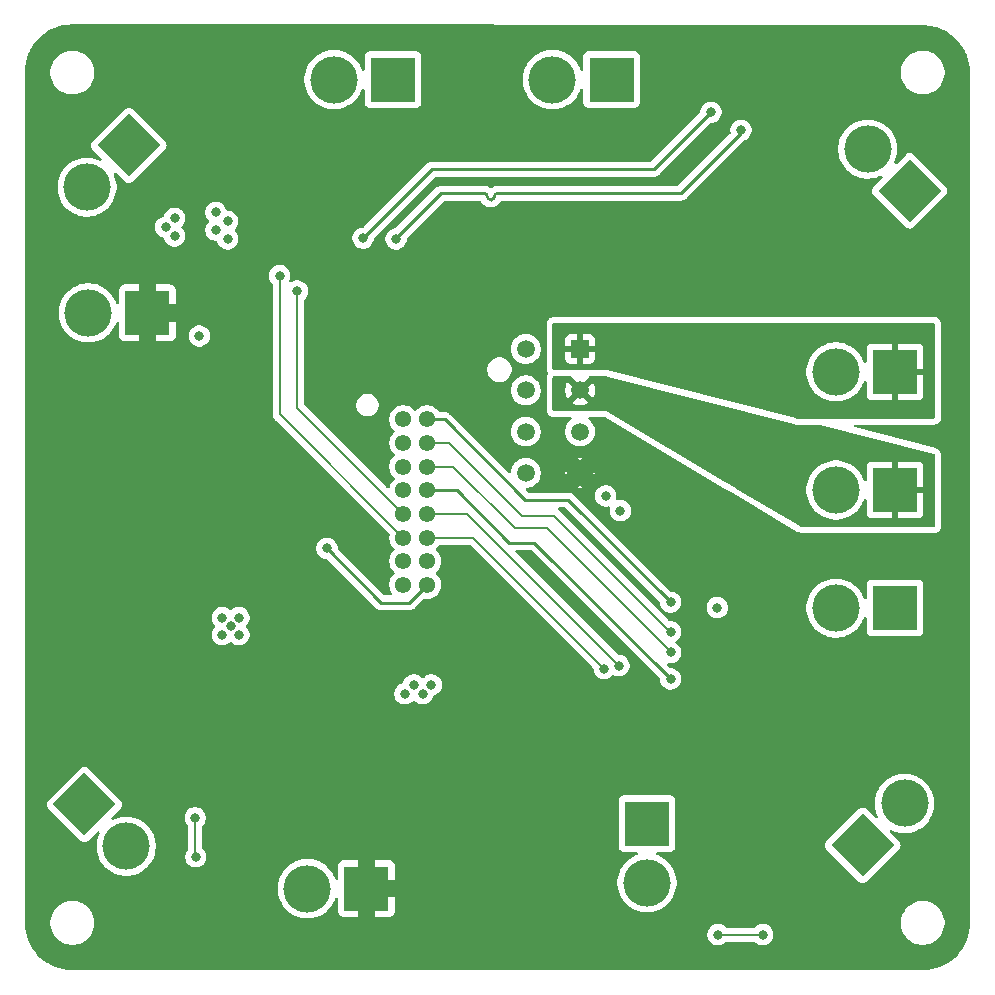
<source format=gbl>
%TF.GenerationSoftware,KiCad,Pcbnew,9.0.0*%
%TF.CreationDate,2025-04-12T13:05:06-05:00*%
%TF.ProjectId,Chassis,43686173-7369-4732-9e6b-696361645f70,rev?*%
%TF.SameCoordinates,Original*%
%TF.FileFunction,Copper,L4,Bot*%
%TF.FilePolarity,Positive*%
%FSLAX46Y46*%
G04 Gerber Fmt 4.6, Leading zero omitted, Abs format (unit mm)*
G04 Created by KiCad (PCBNEW 9.0.0) date 2025-04-12 13:05:06*
%MOMM*%
%LPD*%
G01*
G04 APERTURE LIST*
G04 Aperture macros list*
%AMRotRect*
0 Rectangle, with rotation*
0 The origin of the aperture is its center*
0 $1 length*
0 $2 width*
0 $3 Rotation angle, in degrees counterclockwise*
0 Add horizontal line*
21,1,$1,$2,0,0,$3*%
G04 Aperture macros list end*
%TA.AperFunction,ComponentPad*%
%ADD10R,3.800000X3.800000*%
%TD*%
%TA.AperFunction,ComponentPad*%
%ADD11C,4.000000*%
%TD*%
%TA.AperFunction,ComponentPad*%
%ADD12RotRect,3.800000X3.800000X315.000000*%
%TD*%
%TA.AperFunction,ComponentPad*%
%ADD13RotRect,3.800000X3.800000X135.000000*%
%TD*%
%TA.AperFunction,ComponentPad*%
%ADD14R,1.520000X1.520000*%
%TD*%
%TA.AperFunction,ComponentPad*%
%ADD15C,1.520000*%
%TD*%
%TA.AperFunction,ComponentPad*%
%ADD16C,1.381000*%
%TD*%
%TA.AperFunction,ComponentPad*%
%ADD17RotRect,3.800000X3.800000X225.000000*%
%TD*%
%TA.AperFunction,ComponentPad*%
%ADD18RotRect,3.800000X3.800000X45.000000*%
%TD*%
%TA.AperFunction,ViaPad*%
%ADD19C,0.800000*%
%TD*%
%TA.AperFunction,Conductor*%
%ADD20C,0.250000*%
%TD*%
%TA.AperFunction,Conductor*%
%ADD21C,0.200000*%
%TD*%
G04 APERTURE END LIST*
D10*
X58700000Y-49750000D03*
D11*
X53700000Y-49750000D03*
D12*
X53372614Y-91372614D03*
D11*
X56908148Y-94908148D03*
D13*
X123227387Y-39427387D03*
D11*
X119691853Y-35891853D03*
D14*
X95339998Y-52804000D03*
D15*
X95339998Y-56304001D03*
X95339998Y-59804001D03*
X95339998Y-63304002D03*
X90739997Y-52804000D03*
X90739997Y-56304001D03*
X90739997Y-59804001D03*
X90739997Y-63304002D03*
D16*
X82375000Y-58774999D03*
X80375000Y-58774999D03*
X82375000Y-60774999D03*
X80375000Y-60774999D03*
X82375000Y-62774999D03*
X80375000Y-62774999D03*
X82375000Y-64774999D03*
X80375000Y-64774999D03*
X82375000Y-66774999D03*
X80375000Y-66774999D03*
X82375000Y-68774999D03*
X80375000Y-68774999D03*
X82375000Y-70774999D03*
X80375000Y-70774999D03*
X82375000Y-72774999D03*
X80375000Y-72774999D03*
D17*
X57127387Y-35572614D03*
D11*
X53591853Y-39108148D03*
D10*
X122000000Y-74750000D03*
D11*
X117000000Y-74750000D03*
D10*
X122000000Y-64750000D03*
D11*
X117000000Y-64750000D03*
D18*
X119272613Y-94827387D03*
D11*
X122808147Y-91291853D03*
D10*
X77250000Y-98500000D03*
D11*
X72250000Y-98500000D03*
D10*
X122000000Y-54750000D03*
D11*
X117000000Y-54750000D03*
D10*
X101000000Y-93000000D03*
D11*
X101000000Y-98000000D03*
D10*
X98000000Y-30000000D03*
D11*
X93000000Y-30000000D03*
D10*
X79500000Y-30000000D03*
D11*
X74500000Y-30000000D03*
D19*
X62750000Y-92500000D03*
X108966000Y-34290000D03*
X62800000Y-95800000D03*
X79756000Y-43500000D03*
X97375000Y-79875000D03*
X66450000Y-77000000D03*
X65050000Y-75550000D03*
X66450000Y-75550000D03*
X65750000Y-76300000D03*
X65050000Y-77000000D03*
X70845000Y-77356000D03*
X78325000Y-86098999D03*
X69750000Y-78500000D03*
X78075000Y-87598999D03*
X68050999Y-79895999D03*
X77423600Y-79921399D03*
X70750000Y-79250000D03*
X64600000Y-44480000D03*
X79325000Y-86848999D03*
X106950000Y-74700000D03*
X106750000Y-54550000D03*
X106650000Y-62150000D03*
X73899998Y-69700000D03*
X103000000Y-80750000D03*
X103000000Y-76750000D03*
X103000000Y-78500000D03*
X64500000Y-42750000D03*
X82000000Y-82000000D03*
X63100000Y-51712500D03*
X80500000Y-82000000D03*
X65500000Y-43500000D03*
X61000000Y-41750000D03*
X65500000Y-42000000D03*
X61000000Y-43250000D03*
X60250000Y-42500000D03*
X81250000Y-81250000D03*
X64500000Y-41250000D03*
X82750000Y-81250000D03*
X103000000Y-74250000D03*
X71400000Y-47900000D03*
X69900000Y-46600000D03*
X76962000Y-43434000D03*
X98625000Y-79625000D03*
X110800000Y-102400000D03*
X106426000Y-32766000D03*
X97500000Y-65250000D03*
X107000000Y-102400000D03*
X98750000Y-66500000D03*
D20*
X103876000Y-39624000D02*
X108966000Y-34534000D01*
X79756000Y-43434000D02*
X83566000Y-39624000D01*
X87760450Y-40184451D02*
X87800000Y-40184451D01*
D21*
X62800000Y-95800000D02*
X62750000Y-95750000D01*
X97375000Y-79875000D02*
X86274999Y-68774999D01*
D20*
X88080225Y-39904226D02*
X88080225Y-39904225D01*
X87480225Y-39904225D02*
X87480225Y-39904226D01*
X79756000Y-43500000D02*
X79756000Y-43434000D01*
X88400000Y-39624000D02*
X103876000Y-39624000D01*
D21*
X86274999Y-68774999D02*
X82375000Y-68774999D01*
D20*
X88360450Y-39624000D02*
X88400000Y-39624000D01*
X83566000Y-39624000D02*
X87200000Y-39624000D01*
D21*
X62750000Y-95750000D02*
X62750000Y-92500000D01*
D20*
X108966000Y-34534000D02*
X108966000Y-34290000D01*
X87480225Y-39904226D02*
G75*
G03*
X87760450Y-40184375I280175J26D01*
G01*
X87800000Y-40184451D02*
G75*
G03*
X88080251Y-39904226I0J280251D01*
G01*
X87200000Y-39624000D02*
G75*
G02*
X87480200Y-39904225I0J-280200D01*
G01*
X88080225Y-39904225D02*
G75*
G02*
X88360450Y-39624025I280175J25D01*
G01*
X82375000Y-72774999D02*
X80849999Y-74300000D01*
X80849999Y-74300000D02*
X78499998Y-74300000D01*
X78499998Y-74300000D02*
X73899998Y-69700000D01*
X89300000Y-69200000D02*
X91450000Y-69200000D01*
X84874999Y-64774999D02*
X89300000Y-69200000D01*
X82375001Y-64774999D02*
X84874999Y-64774999D01*
X91450000Y-69200000D02*
X103000000Y-80750000D01*
D21*
X82375000Y-60774998D02*
X84274998Y-60774998D01*
X90425000Y-66925000D02*
X93125000Y-66925000D01*
X84274998Y-60774998D02*
X90425000Y-66925000D01*
X93125000Y-66925000D02*
X102950000Y-76750000D01*
X102950000Y-76750000D02*
X103000000Y-76750000D01*
X89800000Y-68000000D02*
X84574999Y-62774999D01*
X92500000Y-68000000D02*
X89800000Y-68000000D01*
X84574999Y-62774999D02*
X82375000Y-62774999D01*
X103000000Y-78500000D02*
X92500000Y-68000000D01*
D20*
X83874999Y-58774999D02*
X90700000Y-65600000D01*
X90700000Y-65600000D02*
X94350000Y-65600000D01*
X82375000Y-58774999D02*
X83874999Y-58774999D01*
X94350000Y-65600000D02*
X103000000Y-74250000D01*
D21*
X71400000Y-47900000D02*
X71400000Y-57799999D01*
X71400000Y-57799999D02*
X80375000Y-66774999D01*
X69900000Y-58299999D02*
X69900000Y-46600000D01*
X80375000Y-68774999D02*
X69900000Y-58299999D01*
X85774999Y-66774999D02*
X98625000Y-79625000D01*
D20*
X101600000Y-37592000D02*
X82804000Y-37592000D01*
X106426000Y-32766000D02*
X101600000Y-37592000D01*
X82804000Y-37592000D02*
X76962000Y-43434000D01*
D21*
X107000000Y-102400000D02*
X110800000Y-102400000D01*
X82375000Y-66774999D02*
X85774999Y-66774999D01*
%TA.AperFunction,Conductor*%
G36*
X124295737Y-25400448D02*
G01*
X124344259Y-25400500D01*
X124344270Y-25400503D01*
X124349855Y-25400632D01*
X124677403Y-25415775D01*
X124683794Y-25416237D01*
X124758695Y-25423614D01*
X124763651Y-25424204D01*
X125050199Y-25464176D01*
X125057207Y-25465360D01*
X125126026Y-25479049D01*
X125130093Y-25479932D01*
X125417629Y-25547560D01*
X125425174Y-25549589D01*
X125482880Y-25567094D01*
X125486134Y-25568132D01*
X125776215Y-25665358D01*
X125784189Y-25668342D01*
X125823884Y-25684784D01*
X125826425Y-25685871D01*
X126122511Y-25816606D01*
X126130870Y-25820678D01*
X126140995Y-25826089D01*
X126142757Y-25827049D01*
X126447458Y-25996768D01*
X126457190Y-26002794D01*
X126652754Y-26136758D01*
X126752512Y-26205093D01*
X126761649Y-26211994D01*
X126890502Y-26318992D01*
X127037035Y-26440671D01*
X127045499Y-26448387D01*
X127298612Y-26701500D01*
X127306328Y-26709964D01*
X127535003Y-26985347D01*
X127541906Y-26994487D01*
X127744205Y-27289809D01*
X127750234Y-27299546D01*
X127919907Y-27604165D01*
X127920909Y-27606003D01*
X127926320Y-27616128D01*
X127930392Y-27624487D01*
X128061111Y-27920537D01*
X128062237Y-27923168D01*
X128078641Y-27962769D01*
X128081653Y-27970818D01*
X128178840Y-28260785D01*
X128179929Y-28264196D01*
X128197401Y-28321794D01*
X128199446Y-28329399D01*
X128267051Y-28616838D01*
X128267963Y-28621038D01*
X128281633Y-28689764D01*
X128282826Y-28696823D01*
X128322793Y-28983341D01*
X128323385Y-28988318D01*
X128330759Y-29063186D01*
X128331224Y-29069613D01*
X128346368Y-29397145D01*
X128346500Y-29402872D01*
X128346500Y-101397127D01*
X128346368Y-101402854D01*
X128331224Y-101730385D01*
X128330759Y-101736812D01*
X128323385Y-101811680D01*
X128322793Y-101816657D01*
X128282826Y-102103175D01*
X128281633Y-102110234D01*
X128267963Y-102178960D01*
X128267051Y-102183160D01*
X128199446Y-102470599D01*
X128197401Y-102478204D01*
X128179929Y-102535802D01*
X128178840Y-102539213D01*
X128081653Y-102829180D01*
X128078641Y-102837229D01*
X128062237Y-102876830D01*
X128061111Y-102879461D01*
X127930392Y-103175511D01*
X127926320Y-103183870D01*
X127920909Y-103193995D01*
X127919876Y-103195889D01*
X127750234Y-103500452D01*
X127744205Y-103510190D01*
X127541906Y-103805512D01*
X127535003Y-103814652D01*
X127306328Y-104090035D01*
X127298612Y-104098499D01*
X127045499Y-104351612D01*
X127037035Y-104359328D01*
X126761652Y-104588003D01*
X126752512Y-104594906D01*
X126457190Y-104797205D01*
X126447452Y-104803234D01*
X126142889Y-104972876D01*
X126140995Y-104973909D01*
X126130870Y-104979320D01*
X126122511Y-104983392D01*
X125826461Y-105114111D01*
X125823830Y-105115237D01*
X125784229Y-105131641D01*
X125776180Y-105134653D01*
X125486213Y-105231840D01*
X125482802Y-105232929D01*
X125425204Y-105250401D01*
X125417599Y-105252446D01*
X125130160Y-105320051D01*
X125125960Y-105320963D01*
X125057234Y-105334633D01*
X125050175Y-105335826D01*
X124763657Y-105375793D01*
X124758680Y-105376385D01*
X124683812Y-105383759D01*
X124677385Y-105384224D01*
X124349855Y-105399368D01*
X124344128Y-105399500D01*
X52349872Y-105399500D01*
X52344145Y-105399368D01*
X52016613Y-105384224D01*
X52010186Y-105383759D01*
X51935318Y-105376385D01*
X51930341Y-105375793D01*
X51643823Y-105335826D01*
X51636764Y-105334633D01*
X51568038Y-105320963D01*
X51563838Y-105320051D01*
X51276399Y-105252446D01*
X51268794Y-105250401D01*
X51211196Y-105232929D01*
X51207785Y-105231840D01*
X50917818Y-105134653D01*
X50909779Y-105131644D01*
X50890269Y-105123563D01*
X50870168Y-105115237D01*
X50867537Y-105114111D01*
X50571487Y-104983392D01*
X50563128Y-104979320D01*
X50553003Y-104973909D01*
X50551165Y-104972907D01*
X50246546Y-104803234D01*
X50236809Y-104797205D01*
X49941487Y-104594906D01*
X49932347Y-104588003D01*
X49656964Y-104359328D01*
X49648500Y-104351612D01*
X49395387Y-104098499D01*
X49387671Y-104090035D01*
X49158996Y-103814652D01*
X49152093Y-103805512D01*
X48949794Y-103510190D01*
X48943765Y-103500453D01*
X48774049Y-103195757D01*
X48773089Y-103193995D01*
X48767678Y-103183870D01*
X48763606Y-103175511D01*
X48755014Y-103156052D01*
X48632871Y-102879425D01*
X48631784Y-102876884D01*
X48615342Y-102837189D01*
X48612358Y-102829215D01*
X48515132Y-102539134D01*
X48514094Y-102535880D01*
X48496589Y-102478174D01*
X48494560Y-102470629D01*
X48426932Y-102183093D01*
X48426049Y-102179026D01*
X48412360Y-102110207D01*
X48411176Y-102103199D01*
X48371204Y-101816651D01*
X48370613Y-101811680D01*
X48363237Y-101736794D01*
X48362774Y-101730385D01*
X48361394Y-101700538D01*
X48347630Y-101402825D01*
X48347499Y-101397146D01*
X48347499Y-101397127D01*
X48347468Y-101278711D01*
X50496500Y-101278711D01*
X50496500Y-101521288D01*
X50524873Y-101736812D01*
X50528162Y-101761789D01*
X50532992Y-101779815D01*
X50590947Y-101996104D01*
X50683773Y-102220205D01*
X50683776Y-102220212D01*
X50805064Y-102430289D01*
X50805066Y-102430292D01*
X50805067Y-102430293D01*
X50952733Y-102622736D01*
X50952739Y-102622743D01*
X51124256Y-102794260D01*
X51124263Y-102794266D01*
X51169764Y-102829180D01*
X51316711Y-102941936D01*
X51526788Y-103063224D01*
X51750900Y-103156054D01*
X51985211Y-103218838D01*
X52165586Y-103242584D01*
X52225711Y-103250500D01*
X52225712Y-103250500D01*
X52468289Y-103250500D01*
X52516388Y-103244167D01*
X52708789Y-103218838D01*
X52943100Y-103156054D01*
X53167212Y-103063224D01*
X53377289Y-102941936D01*
X53569738Y-102794265D01*
X53741265Y-102622738D01*
X53888936Y-102430289D01*
X53957632Y-102311304D01*
X106099500Y-102311304D01*
X106099500Y-102488695D01*
X106134103Y-102662658D01*
X106134106Y-102662667D01*
X106201983Y-102826540D01*
X106201990Y-102826553D01*
X106300535Y-102974034D01*
X106300538Y-102974038D01*
X106425961Y-103099461D01*
X106425965Y-103099464D01*
X106573446Y-103198009D01*
X106573459Y-103198016D01*
X106696363Y-103248923D01*
X106737334Y-103265894D01*
X106737336Y-103265894D01*
X106737341Y-103265896D01*
X106911304Y-103300499D01*
X106911307Y-103300500D01*
X106911309Y-103300500D01*
X107088693Y-103300500D01*
X107088694Y-103300499D01*
X107146682Y-103288964D01*
X107262658Y-103265896D01*
X107262661Y-103265894D01*
X107262666Y-103265894D01*
X107426547Y-103198013D01*
X107574035Y-103099464D01*
X107636681Y-103036817D01*
X107698002Y-103003334D01*
X107724361Y-103000500D01*
X110075639Y-103000500D01*
X110142678Y-103020185D01*
X110163315Y-103036814D01*
X110225962Y-103099461D01*
X110225966Y-103099465D01*
X110373446Y-103198009D01*
X110373459Y-103198016D01*
X110496363Y-103248923D01*
X110537334Y-103265894D01*
X110537336Y-103265894D01*
X110537341Y-103265896D01*
X110711304Y-103300499D01*
X110711307Y-103300500D01*
X110711309Y-103300500D01*
X110888693Y-103300500D01*
X110888694Y-103300499D01*
X110946682Y-103288964D01*
X111062658Y-103265896D01*
X111062661Y-103265894D01*
X111062666Y-103265894D01*
X111226547Y-103198013D01*
X111374035Y-103099464D01*
X111499464Y-102974035D01*
X111598013Y-102826547D01*
X111665894Y-102662666D01*
X111700500Y-102488691D01*
X111700500Y-102311309D01*
X111700500Y-102311306D01*
X111700499Y-102311304D01*
X111665896Y-102137341D01*
X111665893Y-102137332D01*
X111598016Y-101973459D01*
X111598009Y-101973446D01*
X111499464Y-101825965D01*
X111499461Y-101825961D01*
X111374038Y-101700538D01*
X111374034Y-101700535D01*
X111226553Y-101601990D01*
X111226540Y-101601983D01*
X111062667Y-101534106D01*
X111062658Y-101534103D01*
X110888694Y-101499500D01*
X110888691Y-101499500D01*
X110711309Y-101499500D01*
X110711306Y-101499500D01*
X110537341Y-101534103D01*
X110537332Y-101534106D01*
X110373459Y-101601983D01*
X110373446Y-101601990D01*
X110225966Y-101700534D01*
X110196116Y-101730385D01*
X110163318Y-101763182D01*
X110101998Y-101796666D01*
X110075639Y-101799500D01*
X107724361Y-101799500D01*
X107657322Y-101779815D01*
X107636684Y-101763185D01*
X107574035Y-101700536D01*
X107574034Y-101700535D01*
X107574033Y-101700534D01*
X107426553Y-101601990D01*
X107426540Y-101601983D01*
X107262667Y-101534106D01*
X107262658Y-101534103D01*
X107088694Y-101499500D01*
X107088691Y-101499500D01*
X106911309Y-101499500D01*
X106911306Y-101499500D01*
X106737341Y-101534103D01*
X106737332Y-101534106D01*
X106573459Y-101601983D01*
X106573446Y-101601990D01*
X106425965Y-101700535D01*
X106425961Y-101700538D01*
X106300538Y-101825961D01*
X106300535Y-101825965D01*
X106201990Y-101973446D01*
X106201983Y-101973459D01*
X106134106Y-102137332D01*
X106134103Y-102137341D01*
X106099500Y-102311304D01*
X53957632Y-102311304D01*
X54010224Y-102220212D01*
X54103054Y-101996100D01*
X54165838Y-101761789D01*
X54197500Y-101521288D01*
X54197500Y-101278712D01*
X54197500Y-101278711D01*
X122496500Y-101278711D01*
X122496500Y-101521288D01*
X122524873Y-101736812D01*
X122528162Y-101761789D01*
X122532992Y-101779815D01*
X122590947Y-101996104D01*
X122683773Y-102220205D01*
X122683776Y-102220212D01*
X122805064Y-102430289D01*
X122805066Y-102430292D01*
X122805067Y-102430293D01*
X122952733Y-102622736D01*
X122952739Y-102622743D01*
X123124256Y-102794260D01*
X123124263Y-102794266D01*
X123169764Y-102829180D01*
X123316711Y-102941936D01*
X123526788Y-103063224D01*
X123750900Y-103156054D01*
X123985211Y-103218838D01*
X124165586Y-103242584D01*
X124225711Y-103250500D01*
X124225712Y-103250500D01*
X124468289Y-103250500D01*
X124516388Y-103244167D01*
X124708789Y-103218838D01*
X124943100Y-103156054D01*
X125167212Y-103063224D01*
X125377289Y-102941936D01*
X125569738Y-102794265D01*
X125741265Y-102622738D01*
X125888936Y-102430289D01*
X126010224Y-102220212D01*
X126103054Y-101996100D01*
X126165838Y-101761789D01*
X126197500Y-101521288D01*
X126197500Y-101278712D01*
X126165838Y-101038211D01*
X126103054Y-100803900D01*
X126010224Y-100579788D01*
X125888936Y-100369711D01*
X125828018Y-100290321D01*
X125741266Y-100177263D01*
X125741260Y-100177256D01*
X125569743Y-100005739D01*
X125569736Y-100005733D01*
X125377293Y-99858067D01*
X125377292Y-99858066D01*
X125377289Y-99858064D01*
X125167212Y-99736776D01*
X125167205Y-99736773D01*
X124943104Y-99643947D01*
X124708785Y-99581161D01*
X124468289Y-99549500D01*
X124468288Y-99549500D01*
X124225712Y-99549500D01*
X124225711Y-99549500D01*
X123985214Y-99581161D01*
X123750895Y-99643947D01*
X123526794Y-99736773D01*
X123526785Y-99736777D01*
X123316706Y-99858067D01*
X123124263Y-100005733D01*
X123124256Y-100005739D01*
X122952739Y-100177256D01*
X122952733Y-100177263D01*
X122805067Y-100369706D01*
X122683777Y-100579785D01*
X122683773Y-100579794D01*
X122590947Y-100803895D01*
X122528161Y-101038214D01*
X122496500Y-101278711D01*
X54197500Y-101278711D01*
X54165838Y-101038211D01*
X54103054Y-100803900D01*
X54010224Y-100579788D01*
X53888936Y-100369711D01*
X53828018Y-100290321D01*
X53741266Y-100177263D01*
X53741260Y-100177256D01*
X53569743Y-100005739D01*
X53569736Y-100005733D01*
X53377293Y-99858067D01*
X53377292Y-99858066D01*
X53377289Y-99858064D01*
X53167212Y-99736776D01*
X53167205Y-99736773D01*
X52943104Y-99643947D01*
X52708785Y-99581161D01*
X52468289Y-99549500D01*
X52468288Y-99549500D01*
X52225712Y-99549500D01*
X52225711Y-99549500D01*
X51985214Y-99581161D01*
X51750895Y-99643947D01*
X51526794Y-99736773D01*
X51526785Y-99736777D01*
X51316706Y-99858067D01*
X51124263Y-100005733D01*
X51124256Y-100005739D01*
X50952739Y-100177256D01*
X50952733Y-100177263D01*
X50805067Y-100369706D01*
X50683777Y-100579785D01*
X50683773Y-100579794D01*
X50590947Y-100803895D01*
X50528161Y-101038214D01*
X50496500Y-101278711D01*
X48347468Y-101278711D01*
X48346716Y-98359568D01*
X69749500Y-98359568D01*
X69749500Y-98640431D01*
X69780942Y-98919494D01*
X69780945Y-98919512D01*
X69843439Y-99193317D01*
X69843443Y-99193329D01*
X69936200Y-99458411D01*
X70058053Y-99711442D01*
X70073972Y-99736777D01*
X70207477Y-99949248D01*
X70382584Y-100168825D01*
X70581175Y-100367416D01*
X70800752Y-100542523D01*
X71038555Y-100691945D01*
X71291592Y-100813801D01*
X71490680Y-100883465D01*
X71556670Y-100906556D01*
X71556682Y-100906560D01*
X71830491Y-100969055D01*
X71830497Y-100969055D01*
X71830505Y-100969057D01*
X72016547Y-100990018D01*
X72109569Y-101000499D01*
X72109572Y-101000500D01*
X72109575Y-101000500D01*
X72390428Y-101000500D01*
X72390429Y-101000499D01*
X72533055Y-100984429D01*
X72669494Y-100969057D01*
X72669499Y-100969056D01*
X72669509Y-100969055D01*
X72943318Y-100906560D01*
X73208408Y-100813801D01*
X73461445Y-100691945D01*
X73699248Y-100542523D01*
X73918825Y-100367416D01*
X74117416Y-100168825D01*
X74292523Y-99949248D01*
X74441945Y-99711445D01*
X74563801Y-99458408D01*
X74608959Y-99329354D01*
X74649680Y-99272578D01*
X74714633Y-99246831D01*
X74783195Y-99260287D01*
X74833597Y-99308675D01*
X74850000Y-99370309D01*
X74850000Y-100447844D01*
X74856401Y-100507372D01*
X74856403Y-100507379D01*
X74906645Y-100642086D01*
X74906649Y-100642093D01*
X74992809Y-100757187D01*
X74992812Y-100757190D01*
X75107906Y-100843350D01*
X75107913Y-100843354D01*
X75242620Y-100893596D01*
X75242627Y-100893598D01*
X75302155Y-100899999D01*
X75302172Y-100900000D01*
X76500000Y-100900000D01*
X76500000Y-99623784D01*
X76542446Y-99654623D01*
X76731780Y-99751094D01*
X76933874Y-99816758D01*
X77143753Y-99850000D01*
X77356247Y-99850000D01*
X77566126Y-99816758D01*
X77768220Y-99751094D01*
X77957554Y-99654623D01*
X78000000Y-99623784D01*
X78000000Y-100900000D01*
X79197828Y-100900000D01*
X79197844Y-100899999D01*
X79257372Y-100893598D01*
X79257379Y-100893596D01*
X79392086Y-100843354D01*
X79392093Y-100843350D01*
X79507187Y-100757190D01*
X79507190Y-100757187D01*
X79593350Y-100642093D01*
X79593354Y-100642086D01*
X79643596Y-100507379D01*
X79643598Y-100507372D01*
X79649999Y-100447844D01*
X79650000Y-100447827D01*
X79650000Y-99250000D01*
X78373784Y-99250000D01*
X78404623Y-99207554D01*
X78501094Y-99018220D01*
X78566758Y-98816126D01*
X78600000Y-98606247D01*
X78600000Y-98393753D01*
X78566758Y-98183874D01*
X78501094Y-97981780D01*
X78438824Y-97859568D01*
X98499500Y-97859568D01*
X98499500Y-98140431D01*
X98530942Y-98419494D01*
X98530945Y-98419512D01*
X98593439Y-98693317D01*
X98593443Y-98693329D01*
X98686200Y-98958411D01*
X98808053Y-99211442D01*
X98808055Y-99211445D01*
X98957477Y-99449248D01*
X99132584Y-99668825D01*
X99331175Y-99867416D01*
X99550752Y-100042523D01*
X99788555Y-100191945D01*
X100041592Y-100313801D01*
X100201374Y-100369711D01*
X100306670Y-100406556D01*
X100306682Y-100406560D01*
X100580491Y-100469055D01*
X100580497Y-100469055D01*
X100580505Y-100469057D01*
X100766547Y-100490018D01*
X100859569Y-100500499D01*
X100859572Y-100500500D01*
X100859575Y-100500500D01*
X101140428Y-100500500D01*
X101140429Y-100500499D01*
X101283055Y-100484429D01*
X101419494Y-100469057D01*
X101419499Y-100469056D01*
X101419509Y-100469055D01*
X101693318Y-100406560D01*
X101958408Y-100313801D01*
X102211445Y-100191945D01*
X102449248Y-100042523D01*
X102668825Y-99867416D01*
X102867416Y-99668825D01*
X103042523Y-99449248D01*
X103191945Y-99211445D01*
X103313801Y-98958408D01*
X103406560Y-98693318D01*
X103469055Y-98419509D01*
X103500500Y-98140425D01*
X103500500Y-97859575D01*
X103479213Y-97670645D01*
X103469057Y-97580505D01*
X103469054Y-97580487D01*
X103460176Y-97541592D01*
X103406560Y-97306682D01*
X103313801Y-97041592D01*
X103191945Y-96788555D01*
X103042523Y-96550752D01*
X102867416Y-96331175D01*
X102668825Y-96132584D01*
X102449248Y-95957477D01*
X102211445Y-95808055D01*
X102211442Y-95808053D01*
X101958411Y-95686200D01*
X101830781Y-95641540D01*
X101774005Y-95600818D01*
X101748258Y-95535866D01*
X101761714Y-95467304D01*
X101810102Y-95416901D01*
X101871734Y-95400499D01*
X102947872Y-95400499D01*
X103007483Y-95394091D01*
X103142331Y-95343796D01*
X103257546Y-95257546D01*
X103343796Y-95142331D01*
X103394091Y-95007483D01*
X103400500Y-94947873D01*
X103400500Y-94827387D01*
X116079961Y-94827387D01*
X116100441Y-94969842D01*
X116100442Y-94969846D01*
X116160228Y-95100757D01*
X116160229Y-95100758D01*
X116160230Y-95100760D01*
X116197849Y-95147443D01*
X116197852Y-95147446D01*
X116197857Y-95147452D01*
X118272354Y-97221947D01*
X118952557Y-97902150D01*
X118999240Y-97939770D01*
X118999241Y-97939770D01*
X118999243Y-97939772D01*
X119130153Y-97999557D01*
X119130154Y-97999557D01*
X119130156Y-97999558D01*
X119272613Y-98020039D01*
X119415070Y-97999558D01*
X119545986Y-97939770D01*
X119592669Y-97902151D01*
X122347376Y-95147443D01*
X122384996Y-95100760D01*
X122444784Y-94969844D01*
X122465265Y-94827387D01*
X122444784Y-94684930D01*
X122384996Y-94554014D01*
X122347377Y-94507331D01*
X122347372Y-94507326D01*
X122347368Y-94507321D01*
X121586436Y-93746390D01*
X121552951Y-93685067D01*
X121557935Y-93615376D01*
X121599807Y-93559442D01*
X121665271Y-93535025D01*
X121727918Y-93546989D01*
X121849727Y-93605649D01*
X121849734Y-93605651D01*
X121849739Y-93605654D01*
X122048827Y-93675318D01*
X122114817Y-93698409D01*
X122114829Y-93698413D01*
X122388638Y-93760908D01*
X122388644Y-93760908D01*
X122388652Y-93760910D01*
X122574694Y-93781871D01*
X122667716Y-93792352D01*
X122667719Y-93792353D01*
X122667722Y-93792353D01*
X122948575Y-93792353D01*
X122948576Y-93792352D01*
X123091202Y-93776282D01*
X123227641Y-93760910D01*
X123227646Y-93760909D01*
X123227656Y-93760908D01*
X123501465Y-93698413D01*
X123766555Y-93605654D01*
X124019592Y-93483798D01*
X124257395Y-93334376D01*
X124476972Y-93159269D01*
X124675563Y-92960678D01*
X124850670Y-92741101D01*
X125000092Y-92503298D01*
X125121948Y-92250261D01*
X125214707Y-91985171D01*
X125277202Y-91711362D01*
X125278259Y-91701987D01*
X125299318Y-91515073D01*
X125308647Y-91432278D01*
X125308647Y-91151428D01*
X125277202Y-90872344D01*
X125214707Y-90598535D01*
X125121948Y-90333445D01*
X125000092Y-90080408D01*
X124850670Y-89842605D01*
X124675563Y-89623028D01*
X124476972Y-89424437D01*
X124257395Y-89249330D01*
X124019592Y-89099908D01*
X124019589Y-89099906D01*
X123766558Y-88978053D01*
X123501476Y-88885296D01*
X123501464Y-88885292D01*
X123227659Y-88822798D01*
X123227641Y-88822795D01*
X122948578Y-88791353D01*
X122948572Y-88791353D01*
X122667722Y-88791353D01*
X122667715Y-88791353D01*
X122388652Y-88822795D01*
X122388634Y-88822798D01*
X122114829Y-88885292D01*
X122114817Y-88885296D01*
X121849735Y-88978053D01*
X121596704Y-89099906D01*
X121358900Y-89249329D01*
X121139322Y-89424436D01*
X120940730Y-89623028D01*
X120765623Y-89842606D01*
X120616200Y-90080410D01*
X120494347Y-90333441D01*
X120401590Y-90598523D01*
X120401586Y-90598535D01*
X120339092Y-90872340D01*
X120339089Y-90872358D01*
X120307647Y-91151421D01*
X120307647Y-91432284D01*
X120339089Y-91711347D01*
X120339092Y-91711365D01*
X120401586Y-91985170D01*
X120401590Y-91985182D01*
X120494347Y-92250264D01*
X120494350Y-92250272D01*
X120553011Y-92372082D01*
X120564363Y-92441023D01*
X120536641Y-92505157D01*
X120478645Y-92544123D01*
X120408790Y-92545548D01*
X120353610Y-92513564D01*
X119592676Y-91752631D01*
X119592669Y-91752624D01*
X119545986Y-91715004D01*
X119545984Y-91715003D01*
X119545982Y-91715001D01*
X119415072Y-91655216D01*
X119415068Y-91655215D01*
X119272613Y-91634735D01*
X119130157Y-91655215D01*
X119130153Y-91655216D01*
X118999242Y-91715002D01*
X118952547Y-91752631D01*
X116197857Y-94507323D01*
X116197851Y-94507330D01*
X116160229Y-94554015D01*
X116160227Y-94554017D01*
X116100442Y-94684927D01*
X116100441Y-94684931D01*
X116079961Y-94827387D01*
X103400500Y-94827387D01*
X103400499Y-92960678D01*
X103400499Y-91052129D01*
X103400498Y-91052123D01*
X103400497Y-91052116D01*
X103394091Y-90992517D01*
X103349269Y-90872344D01*
X103343797Y-90857671D01*
X103343793Y-90857664D01*
X103257547Y-90742455D01*
X103257544Y-90742452D01*
X103142335Y-90656206D01*
X103142328Y-90656202D01*
X103007482Y-90605908D01*
X103007483Y-90605908D01*
X102947883Y-90599501D01*
X102947881Y-90599500D01*
X102947873Y-90599500D01*
X102947864Y-90599500D01*
X99052129Y-90599500D01*
X99052123Y-90599501D01*
X98992516Y-90605908D01*
X98857671Y-90656202D01*
X98857664Y-90656206D01*
X98742455Y-90742452D01*
X98742452Y-90742455D01*
X98656206Y-90857664D01*
X98656202Y-90857671D01*
X98605908Y-90992517D01*
X98599501Y-91052116D01*
X98599501Y-91052123D01*
X98599500Y-91052135D01*
X98599500Y-94947870D01*
X98599501Y-94947876D01*
X98605908Y-95007483D01*
X98656202Y-95142328D01*
X98656206Y-95142335D01*
X98742452Y-95257544D01*
X98742455Y-95257547D01*
X98857664Y-95343793D01*
X98857671Y-95343797D01*
X98992517Y-95394091D01*
X98992516Y-95394091D01*
X98999444Y-95394835D01*
X99052127Y-95400500D01*
X100128264Y-95400499D01*
X100195301Y-95420183D01*
X100241056Y-95472987D01*
X100251000Y-95542146D01*
X100221975Y-95605702D01*
X100169218Y-95641540D01*
X100041585Y-95686201D01*
X99788557Y-95808053D01*
X99550753Y-95957476D01*
X99331175Y-96132583D01*
X99132583Y-96331175D01*
X98957476Y-96550753D01*
X98808053Y-96788557D01*
X98686200Y-97041588D01*
X98593443Y-97306670D01*
X98593439Y-97306682D01*
X98530945Y-97580487D01*
X98530942Y-97580505D01*
X98499500Y-97859568D01*
X78438824Y-97859568D01*
X78404623Y-97792446D01*
X78373784Y-97750000D01*
X79650000Y-97750000D01*
X79650000Y-96552172D01*
X79649999Y-96552155D01*
X79643598Y-96492627D01*
X79643596Y-96492620D01*
X79593354Y-96357913D01*
X79593350Y-96357906D01*
X79507190Y-96242812D01*
X79507187Y-96242809D01*
X79392093Y-96156649D01*
X79392086Y-96156645D01*
X79257379Y-96106403D01*
X79257372Y-96106401D01*
X79197844Y-96100000D01*
X78000000Y-96100000D01*
X78000000Y-97376215D01*
X77957554Y-97345377D01*
X77768220Y-97248906D01*
X77566126Y-97183242D01*
X77356247Y-97150000D01*
X77143753Y-97150000D01*
X76933874Y-97183242D01*
X76731780Y-97248906D01*
X76542446Y-97345377D01*
X76500000Y-97376215D01*
X76500000Y-96100000D01*
X75302155Y-96100000D01*
X75242627Y-96106401D01*
X75242620Y-96106403D01*
X75107913Y-96156645D01*
X75107906Y-96156649D01*
X74992812Y-96242809D01*
X74992809Y-96242812D01*
X74906649Y-96357906D01*
X74906645Y-96357913D01*
X74856403Y-96492620D01*
X74856401Y-96492627D01*
X74850000Y-96552155D01*
X74850000Y-97629690D01*
X74830315Y-97696729D01*
X74777511Y-97742484D01*
X74708353Y-97752428D01*
X74644797Y-97723403D01*
X74608959Y-97670645D01*
X74577411Y-97580487D01*
X74563801Y-97541592D01*
X74454538Y-97314704D01*
X74441946Y-97288557D01*
X74441945Y-97288555D01*
X74292523Y-97050752D01*
X74117416Y-96831175D01*
X73918825Y-96632584D01*
X73699248Y-96457477D01*
X73461445Y-96308055D01*
X73461442Y-96308053D01*
X73208411Y-96186200D01*
X72943329Y-96093443D01*
X72943317Y-96093439D01*
X72669512Y-96030945D01*
X72669494Y-96030942D01*
X72390431Y-95999500D01*
X72390425Y-95999500D01*
X72109575Y-95999500D01*
X72109568Y-95999500D01*
X71830505Y-96030942D01*
X71830487Y-96030945D01*
X71556682Y-96093439D01*
X71556670Y-96093443D01*
X71291588Y-96186200D01*
X71038557Y-96308053D01*
X70800753Y-96457476D01*
X70581175Y-96632583D01*
X70382583Y-96831175D01*
X70207476Y-97050753D01*
X70058053Y-97288557D01*
X69936200Y-97541588D01*
X69843443Y-97806670D01*
X69843439Y-97806682D01*
X69780945Y-98080487D01*
X69780942Y-98080505D01*
X69749500Y-98359568D01*
X48346716Y-98359568D01*
X48344916Y-91372614D01*
X50179962Y-91372614D01*
X50200442Y-91515069D01*
X50200443Y-91515073D01*
X50260229Y-91645984D01*
X50260230Y-91645985D01*
X50260231Y-91645987D01*
X50297850Y-91692670D01*
X50297853Y-91692673D01*
X50297858Y-91692679D01*
X52366088Y-93760907D01*
X53052558Y-94447377D01*
X53099241Y-94484997D01*
X53099242Y-94484997D01*
X53099244Y-94484999D01*
X53230154Y-94544784D01*
X53230155Y-94544784D01*
X53230157Y-94544785D01*
X53372614Y-94565266D01*
X53515071Y-94544785D01*
X53645987Y-94484997D01*
X53692670Y-94447378D01*
X54453611Y-93686436D01*
X54514933Y-93652952D01*
X54584624Y-93657936D01*
X54640558Y-93699807D01*
X54664975Y-93765272D01*
X54653012Y-93827919D01*
X54594347Y-93949740D01*
X54501591Y-94214818D01*
X54501587Y-94214830D01*
X54439093Y-94488635D01*
X54439090Y-94488653D01*
X54407648Y-94767716D01*
X54407648Y-95048579D01*
X54439090Y-95327642D01*
X54439093Y-95327660D01*
X54501587Y-95601465D01*
X54501591Y-95601477D01*
X54594348Y-95866559D01*
X54716201Y-96119590D01*
X54716203Y-96119593D01*
X54865625Y-96357396D01*
X55040732Y-96576973D01*
X55239323Y-96775564D01*
X55458900Y-96950671D01*
X55696703Y-97100093D01*
X55949740Y-97221949D01*
X56140089Y-97288555D01*
X56214818Y-97314704D01*
X56214830Y-97314708D01*
X56488639Y-97377203D01*
X56488645Y-97377203D01*
X56488653Y-97377205D01*
X56674695Y-97398166D01*
X56767717Y-97408647D01*
X56767720Y-97408648D01*
X56767723Y-97408648D01*
X57048576Y-97408648D01*
X57048577Y-97408647D01*
X57191203Y-97392577D01*
X57327642Y-97377205D01*
X57327647Y-97377204D01*
X57327657Y-97377203D01*
X57601466Y-97314708D01*
X57866556Y-97221949D01*
X58119593Y-97100093D01*
X58357396Y-96950671D01*
X58576973Y-96775564D01*
X58775564Y-96576973D01*
X58950671Y-96357396D01*
X59100093Y-96119593D01*
X59221949Y-95866556D01*
X59314708Y-95601466D01*
X59377203Y-95327657D01*
X59385103Y-95257547D01*
X59408647Y-95048579D01*
X59408648Y-95048575D01*
X59408648Y-94767720D01*
X59408647Y-94767716D01*
X59377205Y-94488653D01*
X59377202Y-94488635D01*
X59314708Y-94214830D01*
X59314704Y-94214818D01*
X59291613Y-94148828D01*
X59221949Y-93949740D01*
X59101588Y-93699807D01*
X59100094Y-93696705D01*
X59093642Y-93686437D01*
X58950671Y-93458900D01*
X58775564Y-93239323D01*
X58576973Y-93040732D01*
X58357396Y-92865625D01*
X58119593Y-92716203D01*
X58119590Y-92716201D01*
X57866559Y-92594348D01*
X57660539Y-92522258D01*
X57601477Y-92501591D01*
X57601465Y-92501587D01*
X57327660Y-92439093D01*
X57327642Y-92439090D01*
X57081028Y-92411304D01*
X61849500Y-92411304D01*
X61849500Y-92588695D01*
X61884103Y-92762658D01*
X61884106Y-92762667D01*
X61951983Y-92926540D01*
X61951990Y-92926553D01*
X62050534Y-93074033D01*
X62050535Y-93074034D01*
X62050536Y-93074035D01*
X62113182Y-93136681D01*
X62146666Y-93198002D01*
X62149500Y-93224361D01*
X62149500Y-95125638D01*
X62129815Y-95192677D01*
X62113181Y-95213319D01*
X62100538Y-95225961D01*
X62100535Y-95225965D01*
X62001990Y-95373446D01*
X62001983Y-95373459D01*
X61934106Y-95537332D01*
X61934103Y-95537341D01*
X61899500Y-95711304D01*
X61899500Y-95888695D01*
X61934103Y-96062658D01*
X61934106Y-96062667D01*
X62001983Y-96226540D01*
X62001990Y-96226553D01*
X62100535Y-96374034D01*
X62100538Y-96374038D01*
X62225961Y-96499461D01*
X62225965Y-96499464D01*
X62373446Y-96598009D01*
X62373459Y-96598016D01*
X62496363Y-96648923D01*
X62537334Y-96665894D01*
X62537336Y-96665894D01*
X62537341Y-96665896D01*
X62711304Y-96700499D01*
X62711307Y-96700500D01*
X62711309Y-96700500D01*
X62888693Y-96700500D01*
X62888694Y-96700499D01*
X62946682Y-96688964D01*
X63062658Y-96665896D01*
X63062661Y-96665894D01*
X63062666Y-96665894D01*
X63226547Y-96598013D01*
X63374035Y-96499464D01*
X63499464Y-96374035D01*
X63598013Y-96226547D01*
X63665894Y-96062666D01*
X63672205Y-96030942D01*
X63700499Y-95888695D01*
X63700500Y-95888693D01*
X63700500Y-95711306D01*
X63700499Y-95711304D01*
X63665896Y-95537341D01*
X63665893Y-95537332D01*
X63663247Y-95530945D01*
X63616010Y-95416901D01*
X63598016Y-95373459D01*
X63598009Y-95373446D01*
X63499464Y-95225965D01*
X63499461Y-95225961D01*
X63386819Y-95113319D01*
X63353334Y-95051996D01*
X63350500Y-95025638D01*
X63350500Y-93224361D01*
X63370185Y-93157322D01*
X63386814Y-93136684D01*
X63449464Y-93074035D01*
X63548013Y-92926547D01*
X63615894Y-92762666D01*
X63650500Y-92588691D01*
X63650500Y-92411309D01*
X63650500Y-92411306D01*
X63650499Y-92411304D01*
X63615896Y-92237341D01*
X63615893Y-92237332D01*
X63548016Y-92073459D01*
X63548009Y-92073446D01*
X63449464Y-91925965D01*
X63449461Y-91925961D01*
X63324038Y-91800538D01*
X63324034Y-91800535D01*
X63176553Y-91701990D01*
X63176540Y-91701983D01*
X63012667Y-91634106D01*
X63012658Y-91634103D01*
X62838694Y-91599500D01*
X62838691Y-91599500D01*
X62661309Y-91599500D01*
X62661306Y-91599500D01*
X62487341Y-91634103D01*
X62487332Y-91634106D01*
X62323459Y-91701983D01*
X62323446Y-91701990D01*
X62175965Y-91800535D01*
X62175961Y-91800538D01*
X62050538Y-91925961D01*
X62050535Y-91925965D01*
X61951990Y-92073446D01*
X61951983Y-92073459D01*
X61884106Y-92237332D01*
X61884103Y-92237341D01*
X61849500Y-92411304D01*
X57081028Y-92411304D01*
X57048579Y-92407648D01*
X57048573Y-92407648D01*
X56767723Y-92407648D01*
X56767716Y-92407648D01*
X56488653Y-92439090D01*
X56488635Y-92439093D01*
X56214830Y-92501587D01*
X56214818Y-92501591D01*
X55949736Y-92594348D01*
X55949728Y-92594351D01*
X55827918Y-92653012D01*
X55758977Y-92664364D01*
X55694842Y-92636642D01*
X55655877Y-92578646D01*
X55654452Y-92508791D01*
X55686436Y-92453611D01*
X56066601Y-92073446D01*
X56447377Y-91692670D01*
X56484997Y-91645987D01*
X56544785Y-91515071D01*
X56565266Y-91372614D01*
X56544785Y-91230157D01*
X56484997Y-91099241D01*
X56447378Y-91052558D01*
X56447373Y-91052553D01*
X56447369Y-91052548D01*
X53692677Y-88297858D01*
X53692670Y-88297851D01*
X53645987Y-88260231D01*
X53645985Y-88260230D01*
X53645983Y-88260228D01*
X53515073Y-88200443D01*
X53515069Y-88200442D01*
X53372614Y-88179962D01*
X53230158Y-88200442D01*
X53230154Y-88200443D01*
X53099243Y-88260229D01*
X53052548Y-88297858D01*
X50297858Y-91052550D01*
X50297852Y-91052557D01*
X50260230Y-91099242D01*
X50260228Y-91099244D01*
X50200443Y-91230154D01*
X50200442Y-91230158D01*
X50179962Y-91372614D01*
X48344916Y-91372614D01*
X48342477Y-81911304D01*
X79599500Y-81911304D01*
X79599500Y-82088695D01*
X79634103Y-82262658D01*
X79634106Y-82262667D01*
X79701983Y-82426540D01*
X79701990Y-82426553D01*
X79800535Y-82574034D01*
X79800538Y-82574038D01*
X79925961Y-82699461D01*
X79925965Y-82699464D01*
X80073446Y-82798009D01*
X80073459Y-82798016D01*
X80196363Y-82848923D01*
X80237334Y-82865894D01*
X80237336Y-82865894D01*
X80237341Y-82865896D01*
X80411304Y-82900499D01*
X80411307Y-82900500D01*
X80411309Y-82900500D01*
X80588693Y-82900500D01*
X80588694Y-82900499D01*
X80646682Y-82888964D01*
X80762658Y-82865896D01*
X80762661Y-82865894D01*
X80762666Y-82865894D01*
X80926547Y-82798013D01*
X81074035Y-82699464D01*
X81074038Y-82699461D01*
X81162319Y-82611181D01*
X81223642Y-82577696D01*
X81293334Y-82582680D01*
X81337681Y-82611181D01*
X81425961Y-82699461D01*
X81425965Y-82699464D01*
X81573446Y-82798009D01*
X81573459Y-82798016D01*
X81696363Y-82848923D01*
X81737334Y-82865894D01*
X81737336Y-82865894D01*
X81737341Y-82865896D01*
X81911304Y-82900499D01*
X81911307Y-82900500D01*
X81911309Y-82900500D01*
X82088693Y-82900500D01*
X82088694Y-82900499D01*
X82146682Y-82888964D01*
X82262658Y-82865896D01*
X82262661Y-82865894D01*
X82262666Y-82865894D01*
X82426547Y-82798013D01*
X82574035Y-82699464D01*
X82699464Y-82574035D01*
X82798013Y-82426547D01*
X82865894Y-82262666D01*
X82874081Y-82221505D01*
X82906465Y-82159597D01*
X82967180Y-82125022D01*
X82971464Y-82124089D01*
X83012666Y-82115894D01*
X83176547Y-82048013D01*
X83324035Y-81949464D01*
X83449464Y-81824035D01*
X83548013Y-81676547D01*
X83615894Y-81512666D01*
X83628467Y-81449461D01*
X83650499Y-81338695D01*
X83650500Y-81338693D01*
X83650500Y-81161306D01*
X83650499Y-81161304D01*
X83615896Y-80987341D01*
X83615893Y-80987332D01*
X83548016Y-80823459D01*
X83548009Y-80823446D01*
X83449464Y-80675965D01*
X83449461Y-80675961D01*
X83324038Y-80550538D01*
X83324034Y-80550535D01*
X83176553Y-80451990D01*
X83176540Y-80451983D01*
X83012667Y-80384106D01*
X83012658Y-80384103D01*
X82838694Y-80349500D01*
X82838691Y-80349500D01*
X82661309Y-80349500D01*
X82661306Y-80349500D01*
X82487341Y-80384103D01*
X82487332Y-80384106D01*
X82323459Y-80451983D01*
X82323446Y-80451990D01*
X82175965Y-80550535D01*
X82175961Y-80550538D01*
X82087681Y-80638819D01*
X82026358Y-80672304D01*
X81956666Y-80667320D01*
X81912319Y-80638819D01*
X81824038Y-80550538D01*
X81824034Y-80550535D01*
X81676553Y-80451990D01*
X81676540Y-80451983D01*
X81512667Y-80384106D01*
X81512658Y-80384103D01*
X81338694Y-80349500D01*
X81338691Y-80349500D01*
X81161309Y-80349500D01*
X81161306Y-80349500D01*
X80987341Y-80384103D01*
X80987332Y-80384106D01*
X80823459Y-80451983D01*
X80823446Y-80451990D01*
X80675965Y-80550535D01*
X80675961Y-80550538D01*
X80550538Y-80675961D01*
X80550535Y-80675965D01*
X80451990Y-80823446D01*
X80451983Y-80823459D01*
X80384106Y-80987331D01*
X80384104Y-80987339D01*
X80375918Y-81028493D01*
X80343532Y-81090404D01*
X80282816Y-81124978D01*
X80278493Y-81125918D01*
X80237339Y-81134104D01*
X80237331Y-81134106D01*
X80073459Y-81201983D01*
X80073446Y-81201990D01*
X79925965Y-81300535D01*
X79925961Y-81300538D01*
X79800538Y-81425961D01*
X79800535Y-81425965D01*
X79701990Y-81573446D01*
X79701983Y-81573459D01*
X79634106Y-81737332D01*
X79634103Y-81737341D01*
X79599500Y-81911304D01*
X48342477Y-81911304D01*
X48340815Y-75461304D01*
X64149500Y-75461304D01*
X64149500Y-75638695D01*
X64184103Y-75812658D01*
X64184106Y-75812667D01*
X64251983Y-75976540D01*
X64251990Y-75976553D01*
X64350535Y-76124034D01*
X64350538Y-76124038D01*
X64413819Y-76187319D01*
X64447304Y-76248642D01*
X64442320Y-76318334D01*
X64413819Y-76362681D01*
X64350538Y-76425961D01*
X64350535Y-76425965D01*
X64251990Y-76573446D01*
X64251983Y-76573459D01*
X64184106Y-76737332D01*
X64184103Y-76737341D01*
X64149500Y-76911304D01*
X64149500Y-77088695D01*
X64184103Y-77262658D01*
X64184106Y-77262667D01*
X64251983Y-77426540D01*
X64251990Y-77426553D01*
X64350535Y-77574034D01*
X64350538Y-77574038D01*
X64475961Y-77699461D01*
X64475965Y-77699464D01*
X64623446Y-77798009D01*
X64623459Y-77798016D01*
X64746363Y-77848923D01*
X64787334Y-77865894D01*
X64787336Y-77865894D01*
X64787341Y-77865896D01*
X64961304Y-77900499D01*
X64961307Y-77900500D01*
X64961309Y-77900500D01*
X65138693Y-77900500D01*
X65138694Y-77900499D01*
X65196682Y-77888964D01*
X65312658Y-77865896D01*
X65312661Y-77865894D01*
X65312666Y-77865894D01*
X65476547Y-77798013D01*
X65624035Y-77699464D01*
X65662318Y-77661181D01*
X65723640Y-77627695D01*
X65793332Y-77632679D01*
X65837682Y-77661181D01*
X65875961Y-77699461D01*
X65875965Y-77699464D01*
X66023446Y-77798009D01*
X66023459Y-77798016D01*
X66146363Y-77848923D01*
X66187334Y-77865894D01*
X66187336Y-77865894D01*
X66187341Y-77865896D01*
X66361304Y-77900499D01*
X66361307Y-77900500D01*
X66361309Y-77900500D01*
X66538693Y-77900500D01*
X66538694Y-77900499D01*
X66596682Y-77888964D01*
X66712658Y-77865896D01*
X66712661Y-77865894D01*
X66712666Y-77865894D01*
X66876547Y-77798013D01*
X67024035Y-77699464D01*
X67149464Y-77574035D01*
X67248013Y-77426547D01*
X67315894Y-77262666D01*
X67318315Y-77250499D01*
X67349484Y-77093797D01*
X67350500Y-77088691D01*
X67350500Y-76911309D01*
X67350500Y-76911306D01*
X67350499Y-76911304D01*
X67315896Y-76737341D01*
X67315893Y-76737332D01*
X67248016Y-76573459D01*
X67248009Y-76573446D01*
X67149464Y-76425965D01*
X67149461Y-76425961D01*
X67086181Y-76362681D01*
X67052696Y-76301358D01*
X67057680Y-76231666D01*
X67086181Y-76187319D01*
X67149461Y-76124038D01*
X67149464Y-76124035D01*
X67248013Y-75976547D01*
X67315894Y-75812666D01*
X67350500Y-75638691D01*
X67350500Y-75461309D01*
X67350500Y-75461306D01*
X67350499Y-75461304D01*
X67315896Y-75287341D01*
X67315893Y-75287332D01*
X67248016Y-75123459D01*
X67248009Y-75123446D01*
X67149464Y-74975965D01*
X67149461Y-74975961D01*
X67024038Y-74850538D01*
X67024034Y-74850535D01*
X66876553Y-74751990D01*
X66876540Y-74751983D01*
X66712667Y-74684106D01*
X66712658Y-74684103D01*
X66538694Y-74649500D01*
X66538691Y-74649500D01*
X66361309Y-74649500D01*
X66361306Y-74649500D01*
X66187341Y-74684103D01*
X66187332Y-74684106D01*
X66023459Y-74751983D01*
X66023446Y-74751990D01*
X65875965Y-74850535D01*
X65875961Y-74850538D01*
X65837681Y-74888819D01*
X65776358Y-74922304D01*
X65706666Y-74917320D01*
X65662319Y-74888819D01*
X65624038Y-74850538D01*
X65624034Y-74850535D01*
X65476553Y-74751990D01*
X65476540Y-74751983D01*
X65312667Y-74684106D01*
X65312658Y-74684103D01*
X65138694Y-74649500D01*
X65138691Y-74649500D01*
X64961309Y-74649500D01*
X64961306Y-74649500D01*
X64787341Y-74684103D01*
X64787332Y-74684106D01*
X64623459Y-74751983D01*
X64623446Y-74751990D01*
X64475965Y-74850535D01*
X64475961Y-74850538D01*
X64350538Y-74975961D01*
X64350535Y-74975965D01*
X64251990Y-75123446D01*
X64251983Y-75123459D01*
X64184106Y-75287332D01*
X64184103Y-75287341D01*
X64149500Y-75461304D01*
X48340815Y-75461304D01*
X48334153Y-49609568D01*
X51199500Y-49609568D01*
X51199500Y-49890431D01*
X51230942Y-50169494D01*
X51230945Y-50169512D01*
X51293439Y-50443317D01*
X51293443Y-50443329D01*
X51386200Y-50708411D01*
X51508053Y-50961442D01*
X51508055Y-50961445D01*
X51657477Y-51199248D01*
X51832584Y-51418825D01*
X52031175Y-51617416D01*
X52250752Y-51792523D01*
X52488555Y-51941945D01*
X52741592Y-52063801D01*
X52940680Y-52133465D01*
X53006670Y-52156556D01*
X53006682Y-52156560D01*
X53280491Y-52219055D01*
X53280497Y-52219055D01*
X53280505Y-52219057D01*
X53466547Y-52240018D01*
X53559569Y-52250499D01*
X53559572Y-52250500D01*
X53559575Y-52250500D01*
X53840428Y-52250500D01*
X53840429Y-52250499D01*
X53983055Y-52234429D01*
X54119494Y-52219057D01*
X54119499Y-52219056D01*
X54119509Y-52219055D01*
X54393318Y-52156560D01*
X54658408Y-52063801D01*
X54911445Y-51941945D01*
X55149248Y-51792523D01*
X55368825Y-51617416D01*
X55567416Y-51418825D01*
X55742523Y-51199248D01*
X55891945Y-50961445D01*
X56013801Y-50708408D01*
X56058959Y-50579354D01*
X56099680Y-50522578D01*
X56164633Y-50496831D01*
X56233195Y-50510287D01*
X56283597Y-50558675D01*
X56300000Y-50620309D01*
X56300000Y-51697844D01*
X56306401Y-51757372D01*
X56306403Y-51757379D01*
X56356645Y-51892086D01*
X56356649Y-51892093D01*
X56442809Y-52007187D01*
X56442812Y-52007190D01*
X56557906Y-52093350D01*
X56557913Y-52093354D01*
X56692620Y-52143596D01*
X56692627Y-52143598D01*
X56752155Y-52149999D01*
X56752172Y-52150000D01*
X57950000Y-52150000D01*
X57950000Y-50873784D01*
X57992446Y-50904623D01*
X58181780Y-51001094D01*
X58383874Y-51066758D01*
X58593753Y-51100000D01*
X58806247Y-51100000D01*
X59016126Y-51066758D01*
X59218220Y-51001094D01*
X59407554Y-50904623D01*
X59450000Y-50873784D01*
X59450000Y-52150000D01*
X60647828Y-52150000D01*
X60647844Y-52149999D01*
X60707372Y-52143598D01*
X60707379Y-52143596D01*
X60842086Y-52093354D01*
X60842093Y-52093350D01*
X60957187Y-52007190D01*
X60957190Y-52007187D01*
X61043350Y-51892093D01*
X61043354Y-51892086D01*
X61093596Y-51757379D01*
X61093598Y-51757372D01*
X61099999Y-51697844D01*
X61100000Y-51697827D01*
X61100000Y-51623804D01*
X62199500Y-51623804D01*
X62199500Y-51801195D01*
X62234103Y-51975158D01*
X62234106Y-51975167D01*
X62301983Y-52139040D01*
X62301990Y-52139053D01*
X62400535Y-52286534D01*
X62400538Y-52286538D01*
X62525961Y-52411961D01*
X62525965Y-52411964D01*
X62673446Y-52510509D01*
X62673459Y-52510516D01*
X62796363Y-52561423D01*
X62837334Y-52578394D01*
X62837336Y-52578394D01*
X62837341Y-52578396D01*
X63011304Y-52612999D01*
X63011307Y-52613000D01*
X63011309Y-52613000D01*
X63188693Y-52613000D01*
X63188694Y-52612999D01*
X63246682Y-52601464D01*
X63362658Y-52578396D01*
X63362661Y-52578394D01*
X63362666Y-52578394D01*
X63526547Y-52510513D01*
X63674035Y-52411964D01*
X63799464Y-52286535D01*
X63898013Y-52139047D01*
X63965894Y-51975166D01*
X64000500Y-51801191D01*
X64000500Y-51623809D01*
X64000500Y-51623806D01*
X64000499Y-51623804D01*
X63965896Y-51449841D01*
X63965893Y-51449832D01*
X63898016Y-51285959D01*
X63898009Y-51285946D01*
X63799464Y-51138465D01*
X63799461Y-51138461D01*
X63674038Y-51013038D01*
X63674034Y-51013035D01*
X63526553Y-50914490D01*
X63526540Y-50914483D01*
X63362667Y-50846606D01*
X63362658Y-50846603D01*
X63188694Y-50812000D01*
X63188691Y-50812000D01*
X63011309Y-50812000D01*
X63011306Y-50812000D01*
X62837341Y-50846603D01*
X62837332Y-50846606D01*
X62673459Y-50914483D01*
X62673446Y-50914490D01*
X62525965Y-51013035D01*
X62525961Y-51013038D01*
X62400538Y-51138461D01*
X62400535Y-51138465D01*
X62301990Y-51285946D01*
X62301983Y-51285959D01*
X62234106Y-51449832D01*
X62234103Y-51449841D01*
X62199500Y-51623804D01*
X61100000Y-51623804D01*
X61100000Y-50500000D01*
X59823784Y-50500000D01*
X59854623Y-50457554D01*
X59951094Y-50268220D01*
X60016758Y-50066126D01*
X60050000Y-49856247D01*
X60050000Y-49643753D01*
X60016758Y-49433874D01*
X59951094Y-49231780D01*
X59854623Y-49042446D01*
X59823784Y-49000000D01*
X61100000Y-49000000D01*
X61100000Y-47802172D01*
X61099999Y-47802155D01*
X61093598Y-47742627D01*
X61093596Y-47742620D01*
X61043354Y-47607913D01*
X61043350Y-47607906D01*
X60957190Y-47492812D01*
X60957187Y-47492809D01*
X60842093Y-47406649D01*
X60842086Y-47406645D01*
X60707379Y-47356403D01*
X60707372Y-47356401D01*
X60647844Y-47350000D01*
X59450000Y-47350000D01*
X59450000Y-48626215D01*
X59407554Y-48595377D01*
X59218220Y-48498906D01*
X59016126Y-48433242D01*
X58806247Y-48400000D01*
X58593753Y-48400000D01*
X58383874Y-48433242D01*
X58181780Y-48498906D01*
X57992446Y-48595377D01*
X57950000Y-48626215D01*
X57950000Y-47350000D01*
X56752155Y-47350000D01*
X56692627Y-47356401D01*
X56692620Y-47356403D01*
X56557913Y-47406645D01*
X56557906Y-47406649D01*
X56442812Y-47492809D01*
X56442809Y-47492812D01*
X56356649Y-47607906D01*
X56356645Y-47607913D01*
X56306403Y-47742620D01*
X56306401Y-47742627D01*
X56300000Y-47802155D01*
X56300000Y-48879690D01*
X56280315Y-48946729D01*
X56227511Y-48992484D01*
X56158353Y-49002428D01*
X56094797Y-48973403D01*
X56058959Y-48920645D01*
X56040803Y-48868761D01*
X56013801Y-48791592D01*
X55891945Y-48538555D01*
X55742523Y-48300752D01*
X55567416Y-48081175D01*
X55368825Y-47882584D01*
X55149248Y-47707477D01*
X54911445Y-47558055D01*
X54911442Y-47558053D01*
X54658411Y-47436200D01*
X54393329Y-47343443D01*
X54393317Y-47343439D01*
X54119512Y-47280945D01*
X54119494Y-47280942D01*
X53840431Y-47249500D01*
X53840425Y-47249500D01*
X53559575Y-47249500D01*
X53559568Y-47249500D01*
X53280505Y-47280942D01*
X53280487Y-47280945D01*
X53006682Y-47343439D01*
X53006670Y-47343443D01*
X52741588Y-47436200D01*
X52488557Y-47558053D01*
X52250753Y-47707476D01*
X52031175Y-47882583D01*
X51832583Y-48081175D01*
X51657476Y-48300753D01*
X51508053Y-48538557D01*
X51386200Y-48791588D01*
X51293443Y-49056670D01*
X51293439Y-49056682D01*
X51230945Y-49330487D01*
X51230942Y-49330505D01*
X51199500Y-49609568D01*
X48334153Y-49609568D01*
X48333355Y-46511304D01*
X68999500Y-46511304D01*
X68999500Y-46688695D01*
X69034103Y-46862658D01*
X69034106Y-46862667D01*
X69101983Y-47026540D01*
X69101990Y-47026553D01*
X69200534Y-47174033D01*
X69200535Y-47174034D01*
X69200536Y-47174035D01*
X69263182Y-47236681D01*
X69296666Y-47298002D01*
X69299500Y-47324361D01*
X69299500Y-58213329D01*
X69299499Y-58213347D01*
X69299499Y-58379053D01*
X69299498Y-58379053D01*
X69319961Y-58455420D01*
X69336015Y-58515335D01*
X69340424Y-58531787D01*
X69342297Y-58535031D01*
X69342299Y-58535033D01*
X69419477Y-58668711D01*
X69419481Y-58668716D01*
X69538349Y-58787584D01*
X69538355Y-58787589D01*
X79173236Y-68422470D01*
X79206721Y-68483793D01*
X79208028Y-68529548D01*
X79184000Y-68681258D01*
X79184000Y-68868738D01*
X79213325Y-69053888D01*
X79213326Y-69053892D01*
X79271257Y-69232184D01*
X79356365Y-69399219D01*
X79466556Y-69550884D01*
X79466558Y-69550886D01*
X79602560Y-69686888D01*
X79600988Y-69688459D01*
X79634123Y-69739270D01*
X79634590Y-69809138D01*
X79601244Y-69861794D01*
X79602560Y-69863110D01*
X79466558Y-69999111D01*
X79466558Y-69999112D01*
X79466556Y-69999114D01*
X79438899Y-70037181D01*
X79356365Y-70150778D01*
X79271258Y-70317811D01*
X79213325Y-70496109D01*
X79184000Y-70681259D01*
X79184000Y-70868738D01*
X79213325Y-71053888D01*
X79213326Y-71053892D01*
X79271257Y-71232184D01*
X79356365Y-71399219D01*
X79466556Y-71550884D01*
X79466558Y-71550886D01*
X79602560Y-71686888D01*
X79600988Y-71688459D01*
X79634123Y-71739270D01*
X79634590Y-71809138D01*
X79601244Y-71861794D01*
X79602560Y-71863110D01*
X79466558Y-71999111D01*
X79466558Y-71999112D01*
X79466556Y-71999114D01*
X79419233Y-72064248D01*
X79356365Y-72150778D01*
X79271258Y-72317811D01*
X79213325Y-72496109D01*
X79184000Y-72681259D01*
X79184000Y-72868738D01*
X79213325Y-73053888D01*
X79213326Y-73053892D01*
X79271257Y-73232184D01*
X79356365Y-73399219D01*
X79413323Y-73477615D01*
X79436803Y-73543420D01*
X79420978Y-73611474D01*
X79370872Y-73660169D01*
X79313005Y-73674500D01*
X78810451Y-73674500D01*
X78743412Y-73654815D01*
X78722770Y-73638181D01*
X74836817Y-69752228D01*
X74803332Y-69690905D01*
X74800498Y-69664547D01*
X74800498Y-69611306D01*
X74800497Y-69611304D01*
X74765894Y-69437341D01*
X74765891Y-69437332D01*
X74698014Y-69273459D01*
X74698007Y-69273446D01*
X74599462Y-69125965D01*
X74599459Y-69125961D01*
X74474036Y-69000538D01*
X74474032Y-69000535D01*
X74326551Y-68901990D01*
X74326538Y-68901983D01*
X74162665Y-68834106D01*
X74162656Y-68834103D01*
X73988692Y-68799500D01*
X73988689Y-68799500D01*
X73811307Y-68799500D01*
X73811304Y-68799500D01*
X73637339Y-68834103D01*
X73637330Y-68834106D01*
X73473457Y-68901983D01*
X73473444Y-68901990D01*
X73325963Y-69000535D01*
X73325959Y-69000538D01*
X73200536Y-69125961D01*
X73200533Y-69125965D01*
X73101988Y-69273446D01*
X73101981Y-69273459D01*
X73034104Y-69437332D01*
X73034101Y-69437341D01*
X72999498Y-69611304D01*
X72999498Y-69788695D01*
X73034101Y-69962658D01*
X73034104Y-69962667D01*
X73101981Y-70126540D01*
X73101988Y-70126553D01*
X73200533Y-70274034D01*
X73200536Y-70274038D01*
X73325959Y-70399461D01*
X73325963Y-70399464D01*
X73473444Y-70498009D01*
X73473457Y-70498016D01*
X73596361Y-70548923D01*
X73637332Y-70565894D01*
X73637334Y-70565894D01*
X73637339Y-70565896D01*
X73811302Y-70600499D01*
X73811305Y-70600500D01*
X73811307Y-70600500D01*
X73864546Y-70600500D01*
X73931585Y-70620185D01*
X73952227Y-70636819D01*
X78101260Y-74785854D01*
X78101263Y-74785857D01*
X78169409Y-74831390D01*
X78203712Y-74854311D01*
X78317546Y-74901463D01*
X78438386Y-74925499D01*
X78438390Y-74925500D01*
X78438391Y-74925500D01*
X80911606Y-74925500D01*
X80972028Y-74913481D01*
X81032451Y-74901463D01*
X81092910Y-74876420D01*
X81146285Y-74854312D01*
X81197508Y-74820084D01*
X81248732Y-74785858D01*
X81335857Y-74698733D01*
X81335858Y-74698731D01*
X81342924Y-74691665D01*
X81342927Y-74691661D01*
X82052994Y-73981593D01*
X82114315Y-73948110D01*
X82160067Y-73946803D01*
X82227704Y-73957515D01*
X82281262Y-73965999D01*
X82281266Y-73965999D01*
X82468739Y-73965999D01*
X82571600Y-73949706D01*
X82653893Y-73936673D01*
X82832185Y-73878742D01*
X82999220Y-73793634D01*
X83150885Y-73683443D01*
X83283444Y-73550884D01*
X83393635Y-73399219D01*
X83478743Y-73232184D01*
X83536674Y-73053892D01*
X83549707Y-72971599D01*
X83566000Y-72868738D01*
X83566000Y-72681259D01*
X83536674Y-72496109D01*
X83536674Y-72496106D01*
X83478743Y-72317814D01*
X83393635Y-72150779D01*
X83283444Y-71999114D01*
X83150885Y-71866555D01*
X83147440Y-71863110D01*
X83149029Y-71861520D01*
X83115911Y-71810845D01*
X83115376Y-71740977D01*
X83148734Y-71688182D01*
X83147440Y-71686888D01*
X83150885Y-71683443D01*
X83283444Y-71550884D01*
X83393635Y-71399219D01*
X83478743Y-71232184D01*
X83536674Y-71053892D01*
X83549707Y-70971599D01*
X83566000Y-70868738D01*
X83566000Y-70681259D01*
X83546449Y-70557825D01*
X83536674Y-70496106D01*
X83478743Y-70317814D01*
X83393635Y-70150779D01*
X83283444Y-69999114D01*
X83150885Y-69866555D01*
X83147440Y-69863110D01*
X83149029Y-69861520D01*
X83115911Y-69810845D01*
X83115376Y-69740977D01*
X83148734Y-69688182D01*
X83147440Y-69686888D01*
X83169781Y-69664547D01*
X83283444Y-69550884D01*
X83373732Y-69426612D01*
X83429062Y-69383948D01*
X83474050Y-69375499D01*
X85974902Y-69375499D01*
X86041941Y-69395184D01*
X86062583Y-69411818D01*
X96438181Y-79787416D01*
X96471666Y-79848739D01*
X96474500Y-79875097D01*
X96474500Y-79963695D01*
X96509103Y-80137658D01*
X96509106Y-80137667D01*
X96576983Y-80301540D01*
X96576990Y-80301553D01*
X96675535Y-80449034D01*
X96675538Y-80449038D01*
X96800961Y-80574461D01*
X96800965Y-80574464D01*
X96948446Y-80673009D01*
X96948459Y-80673016D01*
X97071363Y-80723923D01*
X97112334Y-80740894D01*
X97112336Y-80740894D01*
X97112341Y-80740896D01*
X97286304Y-80775499D01*
X97286307Y-80775500D01*
X97286309Y-80775500D01*
X97463693Y-80775500D01*
X97463694Y-80775499D01*
X97546169Y-80759094D01*
X97637658Y-80740896D01*
X97637661Y-80740894D01*
X97637666Y-80740894D01*
X97801547Y-80673013D01*
X97949035Y-80574464D01*
X98070594Y-80452904D01*
X98131915Y-80419421D01*
X98201607Y-80424405D01*
X98205726Y-80426026D01*
X98319603Y-80473194D01*
X98362334Y-80490894D01*
X98362336Y-80490894D01*
X98362341Y-80490896D01*
X98536304Y-80525499D01*
X98536307Y-80525500D01*
X98536309Y-80525500D01*
X98713693Y-80525500D01*
X98713694Y-80525499D01*
X98771682Y-80513964D01*
X98887658Y-80490896D01*
X98887661Y-80490894D01*
X98887666Y-80490894D01*
X99044273Y-80426026D01*
X99051540Y-80423016D01*
X99051540Y-80423015D01*
X99051547Y-80423013D01*
X99199035Y-80324464D01*
X99324464Y-80199035D01*
X99423013Y-80051547D01*
X99490894Y-79887666D01*
X99491603Y-79884106D01*
X99525499Y-79713695D01*
X99525500Y-79713693D01*
X99525500Y-79536306D01*
X99525499Y-79536304D01*
X99490896Y-79362341D01*
X99490893Y-79362332D01*
X99423016Y-79198459D01*
X99423009Y-79198446D01*
X99324464Y-79050965D01*
X99324461Y-79050961D01*
X99199038Y-78925538D01*
X99199034Y-78925535D01*
X99051553Y-78826990D01*
X99051540Y-78826983D01*
X98887667Y-78759106D01*
X98887658Y-78759103D01*
X98713694Y-78724500D01*
X98713691Y-78724500D01*
X98625098Y-78724500D01*
X98558059Y-78704815D01*
X98537417Y-78688181D01*
X94286568Y-74437332D01*
X89886415Y-70037180D01*
X89852931Y-69975858D01*
X89857915Y-69906166D01*
X89899787Y-69850233D01*
X89965251Y-69825816D01*
X89974097Y-69825500D01*
X91139548Y-69825500D01*
X91206587Y-69845185D01*
X91227229Y-69861819D01*
X102063181Y-80697771D01*
X102096666Y-80759094D01*
X102099500Y-80785452D01*
X102099500Y-80838695D01*
X102134103Y-81012658D01*
X102134106Y-81012667D01*
X102201983Y-81176540D01*
X102201990Y-81176553D01*
X102300535Y-81324034D01*
X102300538Y-81324038D01*
X102425961Y-81449461D01*
X102425965Y-81449464D01*
X102573446Y-81548009D01*
X102573459Y-81548016D01*
X102696363Y-81598923D01*
X102737334Y-81615894D01*
X102737336Y-81615894D01*
X102737341Y-81615896D01*
X102911304Y-81650499D01*
X102911307Y-81650500D01*
X102911309Y-81650500D01*
X103088693Y-81650500D01*
X103088694Y-81650499D01*
X103146682Y-81638964D01*
X103262658Y-81615896D01*
X103262661Y-81615894D01*
X103262666Y-81615894D01*
X103426547Y-81548013D01*
X103574035Y-81449464D01*
X103699464Y-81324035D01*
X103798013Y-81176547D01*
X103865894Y-81012666D01*
X103870932Y-80987341D01*
X103900499Y-80838695D01*
X103900500Y-80838693D01*
X103900500Y-80661306D01*
X103900499Y-80661304D01*
X103865896Y-80487341D01*
X103865893Y-80487332D01*
X103798016Y-80323459D01*
X103798009Y-80323446D01*
X103699464Y-80175965D01*
X103699461Y-80175961D01*
X103574038Y-80050538D01*
X103574034Y-80050535D01*
X103426553Y-79951990D01*
X103426540Y-79951983D01*
X103262667Y-79884106D01*
X103262658Y-79884103D01*
X103088694Y-79849500D01*
X103088691Y-79849500D01*
X103035453Y-79849500D01*
X102968414Y-79829815D01*
X102947772Y-79813181D01*
X102730721Y-79596130D01*
X102697236Y-79534807D01*
X102702220Y-79465115D01*
X102744092Y-79409182D01*
X102809556Y-79384765D01*
X102842594Y-79386832D01*
X102911306Y-79400500D01*
X102911309Y-79400500D01*
X103088693Y-79400500D01*
X103088694Y-79400499D01*
X103167796Y-79384765D01*
X103262658Y-79365896D01*
X103262661Y-79365894D01*
X103262666Y-79365894D01*
X103426547Y-79298013D01*
X103574035Y-79199464D01*
X103699464Y-79074035D01*
X103798013Y-78926547D01*
X103865894Y-78762666D01*
X103866490Y-78759673D01*
X103900499Y-78588695D01*
X103900500Y-78588693D01*
X103900500Y-78411306D01*
X103900499Y-78411304D01*
X103865896Y-78237341D01*
X103865893Y-78237332D01*
X103798016Y-78073459D01*
X103798009Y-78073446D01*
X103699464Y-77925965D01*
X103699461Y-77925961D01*
X103574038Y-77800538D01*
X103574034Y-77800535D01*
X103465631Y-77728102D01*
X103420826Y-77674490D01*
X103412119Y-77605165D01*
X103442274Y-77542137D01*
X103465631Y-77521898D01*
X103496925Y-77500987D01*
X103574035Y-77449464D01*
X103699464Y-77324035D01*
X103798013Y-77176547D01*
X103865894Y-77012666D01*
X103866913Y-77007547D01*
X103900499Y-76838695D01*
X103900500Y-76838693D01*
X103900500Y-76661306D01*
X103900499Y-76661304D01*
X103865896Y-76487341D01*
X103865893Y-76487332D01*
X103798016Y-76323459D01*
X103798009Y-76323446D01*
X103699464Y-76175965D01*
X103699461Y-76175961D01*
X103574038Y-76050538D01*
X103574034Y-76050535D01*
X103426553Y-75951990D01*
X103426540Y-75951983D01*
X103262667Y-75884106D01*
X103262658Y-75884103D01*
X103088694Y-75849500D01*
X103088691Y-75849500D01*
X102950097Y-75849500D01*
X102883058Y-75829815D01*
X102862416Y-75813181D01*
X93612753Y-66563518D01*
X93605521Y-66556286D01*
X93605520Y-66556284D01*
X93493716Y-66444480D01*
X93492661Y-66443871D01*
X93486110Y-66437344D01*
X93473003Y-66413446D01*
X93456933Y-66391431D01*
X93456447Y-66383260D01*
X93452511Y-66376083D01*
X93454404Y-66348892D01*
X93452788Y-66321684D01*
X93456797Y-66314547D01*
X93457366Y-66306382D01*
X93473658Y-66284534D01*
X93487009Y-66260769D01*
X93494241Y-66256932D01*
X93499134Y-66250371D01*
X93524649Y-66240800D01*
X93548731Y-66228025D01*
X93562406Y-66226638D01*
X93564553Y-66225833D01*
X93566405Y-66226232D01*
X93573628Y-66225500D01*
X94039548Y-66225500D01*
X94106587Y-66245185D01*
X94127229Y-66261819D01*
X102063181Y-74197771D01*
X102096666Y-74259094D01*
X102099500Y-74285452D01*
X102099500Y-74338695D01*
X102134103Y-74512658D01*
X102134106Y-74512667D01*
X102201983Y-74676540D01*
X102201990Y-74676553D01*
X102300535Y-74824034D01*
X102300538Y-74824038D01*
X102425961Y-74949461D01*
X102425965Y-74949464D01*
X102573446Y-75048009D01*
X102573459Y-75048016D01*
X102696363Y-75098923D01*
X102737334Y-75115894D01*
X102737336Y-75115894D01*
X102737341Y-75115896D01*
X102911304Y-75150499D01*
X102911307Y-75150500D01*
X102911309Y-75150500D01*
X103088693Y-75150500D01*
X103088694Y-75150499D01*
X103146682Y-75138964D01*
X103262658Y-75115896D01*
X103262661Y-75115894D01*
X103262666Y-75115894D01*
X103426547Y-75048013D01*
X103574035Y-74949464D01*
X103699464Y-74824035D01*
X103798013Y-74676547D01*
X103825037Y-74611304D01*
X106049500Y-74611304D01*
X106049500Y-74788695D01*
X106084103Y-74962658D01*
X106084106Y-74962667D01*
X106151983Y-75126540D01*
X106151990Y-75126553D01*
X106250535Y-75274034D01*
X106250538Y-75274038D01*
X106375961Y-75399461D01*
X106375965Y-75399464D01*
X106523446Y-75498009D01*
X106523459Y-75498016D01*
X106556530Y-75511714D01*
X106687334Y-75565894D01*
X106687336Y-75565894D01*
X106687341Y-75565896D01*
X106861304Y-75600499D01*
X106861307Y-75600500D01*
X106861309Y-75600500D01*
X107038693Y-75600500D01*
X107038694Y-75600499D01*
X107096682Y-75588964D01*
X107212658Y-75565896D01*
X107212661Y-75565894D01*
X107212666Y-75565894D01*
X107376547Y-75498013D01*
X107524035Y-75399464D01*
X107649464Y-75274035D01*
X107748013Y-75126547D01*
X107749298Y-75123446D01*
X107810387Y-74975961D01*
X107815894Y-74962666D01*
X107825436Y-74914699D01*
X107844255Y-74820085D01*
X107850500Y-74788691D01*
X107850500Y-74611309D01*
X107850500Y-74611306D01*
X107850499Y-74611304D01*
X107850154Y-74609568D01*
X114499500Y-74609568D01*
X114499500Y-74890431D01*
X114530942Y-75169494D01*
X114530945Y-75169512D01*
X114593439Y-75443317D01*
X114593443Y-75443329D01*
X114686200Y-75708411D01*
X114808053Y-75961442D01*
X114808055Y-75961445D01*
X114957477Y-76199248D01*
X115132584Y-76418825D01*
X115331175Y-76617416D01*
X115550752Y-76792523D01*
X115788555Y-76941945D01*
X116041592Y-77063801D01*
X116240680Y-77133465D01*
X116306670Y-77156556D01*
X116306682Y-77156560D01*
X116580491Y-77219055D01*
X116580497Y-77219055D01*
X116580505Y-77219057D01*
X116766547Y-77240018D01*
X116859569Y-77250499D01*
X116859572Y-77250500D01*
X116859575Y-77250500D01*
X117140428Y-77250500D01*
X117140429Y-77250499D01*
X117283055Y-77234429D01*
X117419494Y-77219057D01*
X117419499Y-77219056D01*
X117419509Y-77219055D01*
X117693318Y-77156560D01*
X117958408Y-77063801D01*
X118211445Y-76941945D01*
X118449248Y-76792523D01*
X118668825Y-76617416D01*
X118867416Y-76418825D01*
X119042523Y-76199248D01*
X119191945Y-75961445D01*
X119313801Y-75708408D01*
X119358460Y-75580778D01*
X119399180Y-75524006D01*
X119464132Y-75498258D01*
X119532694Y-75511714D01*
X119583097Y-75560101D01*
X119599500Y-75621736D01*
X119599500Y-76697870D01*
X119599501Y-76697876D01*
X119605908Y-76757483D01*
X119656202Y-76892328D01*
X119656206Y-76892335D01*
X119742452Y-77007544D01*
X119742455Y-77007547D01*
X119857664Y-77093793D01*
X119857671Y-77093797D01*
X119992517Y-77144091D01*
X119992516Y-77144091D01*
X119999444Y-77144835D01*
X120052127Y-77150500D01*
X123947872Y-77150499D01*
X124007483Y-77144091D01*
X124142331Y-77093796D01*
X124257546Y-77007546D01*
X124343796Y-76892331D01*
X124394091Y-76757483D01*
X124400500Y-76697873D01*
X124400499Y-72802128D01*
X124394091Y-72742517D01*
X124371243Y-72681259D01*
X124343797Y-72607671D01*
X124343793Y-72607664D01*
X124257547Y-72492455D01*
X124257544Y-72492452D01*
X124142335Y-72406206D01*
X124142328Y-72406202D01*
X124007482Y-72355908D01*
X124007483Y-72355908D01*
X123947883Y-72349501D01*
X123947881Y-72349500D01*
X123947873Y-72349500D01*
X123947864Y-72349500D01*
X120052129Y-72349500D01*
X120052123Y-72349501D01*
X119992516Y-72355908D01*
X119857671Y-72406202D01*
X119857664Y-72406206D01*
X119742455Y-72492452D01*
X119742452Y-72492455D01*
X119656206Y-72607664D01*
X119656202Y-72607671D01*
X119605908Y-72742517D01*
X119599501Y-72802116D01*
X119599501Y-72802123D01*
X119599500Y-72802135D01*
X119599500Y-73878262D01*
X119579815Y-73945301D01*
X119527011Y-73991056D01*
X119457853Y-74001000D01*
X119394297Y-73971975D01*
X119358459Y-73919217D01*
X119328676Y-73834103D01*
X119313801Y-73791592D01*
X119191945Y-73538555D01*
X119042523Y-73300752D01*
X118867416Y-73081175D01*
X118668825Y-72882584D01*
X118651456Y-72868733D01*
X118567921Y-72802116D01*
X118449248Y-72707477D01*
X118211445Y-72558055D01*
X118211442Y-72558053D01*
X117958411Y-72436200D01*
X117693329Y-72343443D01*
X117693317Y-72343439D01*
X117419512Y-72280945D01*
X117419494Y-72280942D01*
X117140431Y-72249500D01*
X117140425Y-72249500D01*
X116859575Y-72249500D01*
X116859568Y-72249500D01*
X116580505Y-72280942D01*
X116580487Y-72280945D01*
X116306682Y-72343439D01*
X116306670Y-72343443D01*
X116041588Y-72436200D01*
X115788557Y-72558053D01*
X115550753Y-72707476D01*
X115331175Y-72882583D01*
X115132583Y-73081175D01*
X114957476Y-73300753D01*
X114808053Y-73538557D01*
X114686200Y-73791588D01*
X114593443Y-74056670D01*
X114593439Y-74056682D01*
X114530945Y-74330487D01*
X114530942Y-74330505D01*
X114499500Y-74609568D01*
X107850154Y-74609568D01*
X107815896Y-74437341D01*
X107815893Y-74437332D01*
X107748016Y-74273459D01*
X107748009Y-74273446D01*
X107649464Y-74125965D01*
X107649461Y-74125961D01*
X107524038Y-74000538D01*
X107524034Y-74000535D01*
X107376553Y-73901990D01*
X107376540Y-73901983D01*
X107212667Y-73834106D01*
X107212658Y-73834103D01*
X107038694Y-73799500D01*
X107038691Y-73799500D01*
X106861309Y-73799500D01*
X106861306Y-73799500D01*
X106687341Y-73834103D01*
X106687332Y-73834106D01*
X106523459Y-73901983D01*
X106523446Y-73901990D01*
X106375965Y-74000535D01*
X106375961Y-74000538D01*
X106250538Y-74125961D01*
X106250535Y-74125965D01*
X106151990Y-74273446D01*
X106151983Y-74273459D01*
X106084106Y-74437332D01*
X106084103Y-74437341D01*
X106049500Y-74611304D01*
X103825037Y-74611304D01*
X103865894Y-74512666D01*
X103900500Y-74338691D01*
X103900500Y-74161309D01*
X103900500Y-74161306D01*
X103900499Y-74161304D01*
X103865896Y-73987341D01*
X103865893Y-73987332D01*
X103798016Y-73823459D01*
X103798009Y-73823446D01*
X103699464Y-73675965D01*
X103699461Y-73675961D01*
X103574038Y-73550538D01*
X103574034Y-73550535D01*
X103426553Y-73451990D01*
X103426540Y-73451983D01*
X103262667Y-73384106D01*
X103262658Y-73384103D01*
X103088694Y-73349500D01*
X103088691Y-73349500D01*
X103035452Y-73349500D01*
X102968413Y-73329815D01*
X102947771Y-73313181D01*
X94840198Y-65205608D01*
X94840178Y-65205586D01*
X94795896Y-65161304D01*
X96599500Y-65161304D01*
X96599500Y-65338695D01*
X96634103Y-65512658D01*
X96634106Y-65512667D01*
X96701983Y-65676540D01*
X96701990Y-65676553D01*
X96800535Y-65824034D01*
X96800538Y-65824038D01*
X96925961Y-65949461D01*
X96925965Y-65949464D01*
X97073446Y-66048009D01*
X97073459Y-66048016D01*
X97184073Y-66093833D01*
X97237334Y-66115894D01*
X97237336Y-66115894D01*
X97237341Y-66115896D01*
X97411304Y-66150499D01*
X97411307Y-66150500D01*
X97411309Y-66150500D01*
X97588693Y-66150500D01*
X97700941Y-66128172D01*
X97732245Y-66121945D01*
X97801837Y-66128172D01*
X97857014Y-66171035D01*
X97880259Y-66236924D01*
X97878054Y-66267753D01*
X97849500Y-66411304D01*
X97849500Y-66588695D01*
X97884103Y-66762658D01*
X97884106Y-66762667D01*
X97951983Y-66926540D01*
X97951990Y-66926553D01*
X98050535Y-67074034D01*
X98050538Y-67074038D01*
X98175961Y-67199461D01*
X98175965Y-67199464D01*
X98323446Y-67298009D01*
X98323459Y-67298016D01*
X98446363Y-67348923D01*
X98487334Y-67365894D01*
X98487336Y-67365894D01*
X98487341Y-67365896D01*
X98661304Y-67400499D01*
X98661307Y-67400500D01*
X98661309Y-67400500D01*
X98838693Y-67400500D01*
X98838694Y-67400499D01*
X98921903Y-67383948D01*
X99012658Y-67365896D01*
X99012661Y-67365894D01*
X99012666Y-67365894D01*
X99176547Y-67298013D01*
X99324035Y-67199464D01*
X99449464Y-67074035D01*
X99548013Y-66926547D01*
X99615894Y-66762666D01*
X99650500Y-66588691D01*
X99650500Y-66411309D01*
X99650500Y-66411306D01*
X99650499Y-66411304D01*
X99615896Y-66237341D01*
X99615893Y-66237332D01*
X99611463Y-66226638D01*
X99588432Y-66171035D01*
X99548016Y-66073459D01*
X99548009Y-66073446D01*
X99449464Y-65925965D01*
X99449461Y-65925961D01*
X99324038Y-65800538D01*
X99324034Y-65800535D01*
X99176553Y-65701990D01*
X99176540Y-65701983D01*
X99012667Y-65634106D01*
X99012658Y-65634103D01*
X98838694Y-65599500D01*
X98838691Y-65599500D01*
X98661309Y-65599500D01*
X98661304Y-65599500D01*
X98517753Y-65628054D01*
X98448161Y-65621827D01*
X98392984Y-65578964D01*
X98369740Y-65513074D01*
X98371945Y-65482245D01*
X98400500Y-65338693D01*
X98400500Y-65161306D01*
X98400499Y-65161304D01*
X98365896Y-64987341D01*
X98365893Y-64987332D01*
X98298016Y-64823459D01*
X98298009Y-64823446D01*
X98199464Y-64675965D01*
X98199461Y-64675961D01*
X98074038Y-64550538D01*
X98074034Y-64550535D01*
X97926553Y-64451990D01*
X97926540Y-64451983D01*
X97762667Y-64384106D01*
X97762658Y-64384103D01*
X97588694Y-64349500D01*
X97588691Y-64349500D01*
X97411309Y-64349500D01*
X97411306Y-64349500D01*
X97237341Y-64384103D01*
X97237332Y-64384106D01*
X97073459Y-64451983D01*
X97073446Y-64451990D01*
X96925965Y-64550535D01*
X96925961Y-64550538D01*
X96800538Y-64675961D01*
X96800535Y-64675965D01*
X96701990Y-64823446D01*
X96701983Y-64823459D01*
X96634106Y-64987332D01*
X96634103Y-64987341D01*
X96599500Y-65161304D01*
X94795896Y-65161304D01*
X94748733Y-65114141D01*
X94703325Y-65083801D01*
X94703324Y-65083800D01*
X94697509Y-65079915D01*
X94646286Y-65045688D01*
X94565792Y-65012347D01*
X94550457Y-65005995D01*
X94532453Y-64998537D01*
X94522427Y-64996543D01*
X94472029Y-64986518D01*
X94411610Y-64974500D01*
X94411607Y-64974500D01*
X94411606Y-64974500D01*
X91010452Y-64974500D01*
X90981011Y-64965855D01*
X90951025Y-64959332D01*
X90946009Y-64955577D01*
X90943413Y-64954815D01*
X90922771Y-64938181D01*
X90760453Y-64775863D01*
X90726968Y-64714540D01*
X90731952Y-64644848D01*
X90773824Y-64588915D01*
X90834511Y-64566038D01*
X90834389Y-64565265D01*
X90838137Y-64564671D01*
X90838425Y-64564563D01*
X90839198Y-64564502D01*
X90839201Y-64564502D01*
X90839203Y-64564501D01*
X90839211Y-64564501D01*
X90913780Y-64552690D01*
X90928851Y-64550303D01*
X95154355Y-64550303D01*
X95240835Y-64564002D01*
X95439161Y-64564002D01*
X95525640Y-64550303D01*
X95339999Y-64364662D01*
X95154355Y-64550303D01*
X90928851Y-64550303D01*
X91035165Y-64533465D01*
X91223861Y-64472153D01*
X91400643Y-64382079D01*
X91561158Y-64265458D01*
X91701453Y-64125163D01*
X91818074Y-63964648D01*
X91908148Y-63787866D01*
X91969460Y-63599170D01*
X91996790Y-63426613D01*
X92000497Y-63403211D01*
X92000497Y-63204838D01*
X94079998Y-63204838D01*
X94079998Y-63403165D01*
X94093694Y-63489643D01*
X94093695Y-63489644D01*
X94279337Y-63304002D01*
X94279337Y-63304001D01*
X94212458Y-63237122D01*
X94831998Y-63237122D01*
X94831998Y-63370882D01*
X94866617Y-63500083D01*
X94933496Y-63615922D01*
X95028078Y-63710504D01*
X95143917Y-63777383D01*
X95273118Y-63812002D01*
X95406878Y-63812002D01*
X95536079Y-63777383D01*
X95651918Y-63710504D01*
X95746500Y-63615922D01*
X95813379Y-63500083D01*
X95847998Y-63370882D01*
X95847998Y-63304002D01*
X96400658Y-63304002D01*
X96400658Y-63304003D01*
X96586299Y-63489644D01*
X96599998Y-63403164D01*
X96599998Y-63204839D01*
X96586299Y-63118359D01*
X96400658Y-63304002D01*
X95847998Y-63304002D01*
X95847998Y-63237122D01*
X95813379Y-63107921D01*
X95746500Y-62992082D01*
X95651918Y-62897500D01*
X95536079Y-62830621D01*
X95406878Y-62796002D01*
X95273118Y-62796002D01*
X95143917Y-62830621D01*
X95028078Y-62897500D01*
X94933496Y-62992082D01*
X94866617Y-63107921D01*
X94831998Y-63237122D01*
X94212458Y-63237122D01*
X94093694Y-63118359D01*
X94079998Y-63204838D01*
X92000497Y-63204838D01*
X92000497Y-63204792D01*
X91976596Y-63053892D01*
X91969460Y-63008834D01*
X91908148Y-62820138D01*
X91908146Y-62820135D01*
X91908146Y-62820133D01*
X91837386Y-62681259D01*
X91818074Y-62643356D01*
X91701453Y-62482841D01*
X91561158Y-62342546D01*
X91400643Y-62225925D01*
X91289851Y-62169474D01*
X91223865Y-62135852D01*
X91178593Y-62121142D01*
X91035165Y-62074539D01*
X91035159Y-62074538D01*
X90928836Y-62057698D01*
X95154355Y-62057698D01*
X95339998Y-62243341D01*
X95339999Y-62243341D01*
X95525640Y-62057699D01*
X95525639Y-62057698D01*
X95439161Y-62044002D01*
X95240835Y-62044002D01*
X95154355Y-62057698D01*
X90928836Y-62057698D01*
X90839206Y-62043502D01*
X90839201Y-62043502D01*
X90640793Y-62043502D01*
X90640788Y-62043502D01*
X90444834Y-62074538D01*
X90444832Y-62074538D01*
X90444829Y-62074539D01*
X90350481Y-62105195D01*
X90256128Y-62135852D01*
X90079349Y-62225926D01*
X90079346Y-62225928D01*
X89993252Y-62288479D01*
X89918836Y-62342546D01*
X89918834Y-62342548D01*
X89918833Y-62342548D01*
X89778543Y-62482838D01*
X89778543Y-62482839D01*
X89778541Y-62482841D01*
X89724474Y-62557257D01*
X89661923Y-62643351D01*
X89661921Y-62643354D01*
X89571847Y-62820133D01*
X89546709Y-62897500D01*
X89510534Y-63008834D01*
X89510533Y-63008837D01*
X89510533Y-63008839D01*
X89479495Y-63204801D01*
X89479433Y-63205597D01*
X89479324Y-63205881D01*
X89478734Y-63209610D01*
X89477950Y-63209485D01*
X89454548Y-63270884D01*
X89398315Y-63312354D01*
X89328590Y-63316838D01*
X89268135Y-63283545D01*
X85689381Y-59704791D01*
X89479497Y-59704791D01*
X89479497Y-59903210D01*
X89500616Y-60036547D01*
X89510534Y-60099169D01*
X89539274Y-60187620D01*
X89571847Y-60287869D01*
X89633018Y-60407923D01*
X89661920Y-60464647D01*
X89778541Y-60625162D01*
X89918836Y-60765457D01*
X90079351Y-60882078D01*
X90192797Y-60939881D01*
X90256128Y-60972150D01*
X90256130Y-60972150D01*
X90256133Y-60972152D01*
X90444829Y-61033464D01*
X90542811Y-61048982D01*
X90640788Y-61064501D01*
X90640793Y-61064501D01*
X90839206Y-61064501D01*
X90928275Y-61050393D01*
X91035165Y-61033464D01*
X91223861Y-60972152D01*
X91400643Y-60882078D01*
X91561158Y-60765457D01*
X91701453Y-60625162D01*
X91818074Y-60464647D01*
X91908148Y-60287865D01*
X91969460Y-60099169D01*
X91991056Y-59962817D01*
X92000497Y-59903210D01*
X92000497Y-59704791D01*
X91975574Y-59547439D01*
X91969460Y-59508833D01*
X91908148Y-59320137D01*
X91908146Y-59320134D01*
X91908146Y-59320132D01*
X91861031Y-59227664D01*
X91818074Y-59143355D01*
X91701453Y-58982840D01*
X91561158Y-58842545D01*
X91400643Y-58725924D01*
X91312994Y-58681265D01*
X91223865Y-58635851D01*
X91178593Y-58621141D01*
X91035165Y-58574538D01*
X91035159Y-58574537D01*
X90839206Y-58543501D01*
X90839201Y-58543501D01*
X90640793Y-58543501D01*
X90640788Y-58543501D01*
X90444834Y-58574537D01*
X90444832Y-58574537D01*
X90444829Y-58574538D01*
X90350481Y-58605194D01*
X90256128Y-58635851D01*
X90079349Y-58725925D01*
X90079346Y-58725927D01*
X90005172Y-58779818D01*
X89918836Y-58842545D01*
X89918834Y-58842547D01*
X89918833Y-58842547D01*
X89778543Y-58982837D01*
X89778543Y-58982838D01*
X89778541Y-58982840D01*
X89747859Y-59025070D01*
X89661923Y-59143350D01*
X89661921Y-59143353D01*
X89571847Y-59320132D01*
X89546150Y-59399219D01*
X89510534Y-59508833D01*
X89510533Y-59508836D01*
X89510533Y-59508838D01*
X89479497Y-59704791D01*
X85689381Y-59704791D01*
X84368149Y-58383559D01*
X84360859Y-58376269D01*
X84360857Y-58376266D01*
X84273732Y-58289141D01*
X84222508Y-58254914D01*
X84171285Y-58220687D01*
X84075246Y-58180907D01*
X84057451Y-58173536D01*
X83997028Y-58161517D01*
X83993465Y-58160808D01*
X83993460Y-58160807D01*
X83936609Y-58149499D01*
X83936606Y-58149499D01*
X83936605Y-58149499D01*
X83455886Y-58149499D01*
X83388847Y-58129814D01*
X83355568Y-58098384D01*
X83308395Y-58033456D01*
X83283444Y-57999114D01*
X83150885Y-57866555D01*
X82999220Y-57756364D01*
X82832185Y-57671256D01*
X82653893Y-57613325D01*
X82653891Y-57613324D01*
X82653889Y-57613324D01*
X82468739Y-57583999D01*
X82468734Y-57583999D01*
X82281266Y-57583999D01*
X82281261Y-57583999D01*
X82096110Y-57613324D01*
X81917812Y-57671257D01*
X81750779Y-57756364D01*
X81664249Y-57819232D01*
X81599115Y-57866555D01*
X81599113Y-57866557D01*
X81599112Y-57866557D01*
X81463111Y-58002559D01*
X81461539Y-58000987D01*
X81410729Y-58034122D01*
X81340861Y-58034589D01*
X81288204Y-58001243D01*
X81286889Y-58002559D01*
X81150887Y-57866557D01*
X81150885Y-57866555D01*
X80999220Y-57756364D01*
X80832185Y-57671256D01*
X80653893Y-57613325D01*
X80653891Y-57613324D01*
X80653889Y-57613324D01*
X80468739Y-57583999D01*
X80468734Y-57583999D01*
X80281266Y-57583999D01*
X80281261Y-57583999D01*
X80096110Y-57613324D01*
X79917812Y-57671257D01*
X79750779Y-57756364D01*
X79664249Y-57819232D01*
X79599115Y-57866555D01*
X79599113Y-57866557D01*
X79599112Y-57866557D01*
X79466558Y-57999111D01*
X79466558Y-57999112D01*
X79466556Y-57999114D01*
X79441605Y-58033456D01*
X79356365Y-58150778D01*
X79271258Y-58317811D01*
X79213325Y-58496109D01*
X79184000Y-58681259D01*
X79184000Y-58868738D01*
X79208761Y-59025070D01*
X79213326Y-59053892D01*
X79271257Y-59232184D01*
X79356365Y-59399219D01*
X79466556Y-59550884D01*
X79466558Y-59550886D01*
X79602560Y-59686888D01*
X79600988Y-59688459D01*
X79634123Y-59739270D01*
X79634590Y-59809138D01*
X79601244Y-59861794D01*
X79602560Y-59863110D01*
X79466558Y-59999111D01*
X79466558Y-59999112D01*
X79466556Y-59999114D01*
X79419233Y-60064248D01*
X79356365Y-60150778D01*
X79271258Y-60317811D01*
X79213325Y-60496109D01*
X79184000Y-60681259D01*
X79184000Y-60868738D01*
X79213325Y-61053888D01*
X79213326Y-61053892D01*
X79256369Y-61186365D01*
X79271258Y-61232186D01*
X79340088Y-61367273D01*
X79356365Y-61399219D01*
X79466556Y-61550884D01*
X79466558Y-61550886D01*
X79602560Y-61686888D01*
X79600988Y-61688459D01*
X79634123Y-61739270D01*
X79634590Y-61809138D01*
X79601244Y-61861794D01*
X79602560Y-61863110D01*
X79466558Y-61999111D01*
X79466558Y-61999112D01*
X79466556Y-61999114D01*
X79434306Y-62043502D01*
X79356365Y-62150778D01*
X79271258Y-62317811D01*
X79213325Y-62496109D01*
X79184000Y-62681259D01*
X79184000Y-62868738D01*
X79206190Y-63008839D01*
X79213326Y-63053892D01*
X79271257Y-63232184D01*
X79356365Y-63399219D01*
X79466556Y-63550884D01*
X79466558Y-63550886D01*
X79602560Y-63686888D01*
X79600988Y-63688459D01*
X79634123Y-63739270D01*
X79634590Y-63809138D01*
X79601244Y-63861794D01*
X79602560Y-63863110D01*
X79466558Y-63999111D01*
X79466558Y-63999112D01*
X79466556Y-63999114D01*
X79419233Y-64064248D01*
X79356365Y-64150778D01*
X79271258Y-64317811D01*
X79213322Y-64496116D01*
X79213127Y-64496932D01*
X79212968Y-64497208D01*
X79211821Y-64500739D01*
X79211078Y-64500497D01*
X79178324Y-64557517D01*
X79116291Y-64589668D01*
X79046723Y-64583178D01*
X79004878Y-64555641D01*
X72036819Y-57587582D01*
X72022115Y-57560654D01*
X72005523Y-57534836D01*
X72004631Y-57528635D01*
X72003334Y-57526259D01*
X72000500Y-57499901D01*
X72000500Y-57481378D01*
X76374500Y-57481378D01*
X76374500Y-57668619D01*
X76411025Y-57852242D01*
X76411027Y-57852250D01*
X76482676Y-58025227D01*
X76482681Y-58025236D01*
X76586697Y-58180906D01*
X76586700Y-58180910D01*
X76719088Y-58313298D01*
X76719092Y-58313301D01*
X76874762Y-58417317D01*
X76874768Y-58417320D01*
X76874769Y-58417321D01*
X77047749Y-58488972D01*
X77180286Y-58515335D01*
X77231379Y-58525498D01*
X77231383Y-58525499D01*
X77231384Y-58525499D01*
X77418617Y-58525499D01*
X77418618Y-58525498D01*
X77602251Y-58488972D01*
X77775231Y-58417321D01*
X77930908Y-58313301D01*
X78063302Y-58180907D01*
X78167322Y-58025230D01*
X78238973Y-57852250D01*
X78275500Y-57668615D01*
X78275500Y-57481383D01*
X78238973Y-57297748D01*
X78167322Y-57124768D01*
X78167321Y-57124767D01*
X78167318Y-57124761D01*
X78063302Y-56969091D01*
X78063299Y-56969087D01*
X77930911Y-56836699D01*
X77930907Y-56836696D01*
X77775237Y-56732680D01*
X77775228Y-56732675D01*
X77602251Y-56661026D01*
X77602243Y-56661024D01*
X77418620Y-56624499D01*
X77418616Y-56624499D01*
X77231384Y-56624499D01*
X77231379Y-56624499D01*
X77047756Y-56661024D01*
X77047748Y-56661026D01*
X76874771Y-56732675D01*
X76874762Y-56732680D01*
X76719092Y-56836696D01*
X76719088Y-56836699D01*
X76586700Y-56969087D01*
X76586697Y-56969091D01*
X76482681Y-57124761D01*
X76482676Y-57124770D01*
X76411027Y-57297747D01*
X76411025Y-57297755D01*
X76374500Y-57481378D01*
X72000500Y-57481378D01*
X72000500Y-56204791D01*
X89479497Y-56204791D01*
X89479497Y-56403210D01*
X89510533Y-56599163D01*
X89510534Y-56599169D01*
X89530633Y-56661026D01*
X89571847Y-56787869D01*
X89633018Y-56907923D01*
X89661920Y-56964647D01*
X89778541Y-57125162D01*
X89918836Y-57265457D01*
X90079351Y-57382078D01*
X90192797Y-57439881D01*
X90256128Y-57472150D01*
X90256130Y-57472150D01*
X90256133Y-57472152D01*
X90444829Y-57533464D01*
X90542811Y-57548982D01*
X90640788Y-57564501D01*
X90640793Y-57564501D01*
X90839206Y-57564501D01*
X90928275Y-57550393D01*
X91035165Y-57533464D01*
X91223861Y-57472152D01*
X91400643Y-57382078D01*
X91561158Y-57265457D01*
X91701453Y-57125162D01*
X91818074Y-56964647D01*
X91908148Y-56787865D01*
X91969460Y-56599169D01*
X91986389Y-56492279D01*
X92000497Y-56403210D01*
X92000497Y-56204791D01*
X91983567Y-56097907D01*
X91969460Y-56008833D01*
X91908148Y-55820137D01*
X91908146Y-55820134D01*
X91908146Y-55820132D01*
X91875877Y-55756801D01*
X91818074Y-55643355D01*
X91701453Y-55482840D01*
X91561158Y-55342545D01*
X91400643Y-55225924D01*
X91343919Y-55197022D01*
X91223865Y-55135851D01*
X91178593Y-55121141D01*
X91035165Y-55074538D01*
X91035159Y-55074537D01*
X90839206Y-55043501D01*
X90839201Y-55043501D01*
X90640793Y-55043501D01*
X90640788Y-55043501D01*
X90444834Y-55074537D01*
X90444832Y-55074537D01*
X90444829Y-55074538D01*
X90350481Y-55105194D01*
X90256128Y-55135851D01*
X90079349Y-55225925D01*
X90079346Y-55225927D01*
X89993252Y-55288478D01*
X89918836Y-55342545D01*
X89918834Y-55342547D01*
X89918833Y-55342547D01*
X89778543Y-55482837D01*
X89778543Y-55482838D01*
X89778541Y-55482840D01*
X89724474Y-55557256D01*
X89661923Y-55643350D01*
X89661921Y-55643353D01*
X89571847Y-55820132D01*
X89541190Y-55914485D01*
X89510534Y-56008833D01*
X89510533Y-56008836D01*
X89510533Y-56008838D01*
X89479497Y-56204791D01*
X72000500Y-56204791D01*
X72000500Y-54450526D01*
X87459499Y-54450526D01*
X87459499Y-54657465D01*
X87499867Y-54860408D01*
X87499869Y-54860416D01*
X87579058Y-55051594D01*
X87635356Y-55135850D01*
X87694023Y-55223653D01*
X87840341Y-55369971D01*
X87840344Y-55369973D01*
X88012401Y-55484937D01*
X88203579Y-55564126D01*
X88406529Y-55604495D01*
X88406533Y-55604496D01*
X88406534Y-55604496D01*
X88613465Y-55604496D01*
X88613466Y-55604495D01*
X88816419Y-55564126D01*
X89007597Y-55484937D01*
X89179654Y-55369973D01*
X89325976Y-55223651D01*
X89440940Y-55051594D01*
X89520129Y-54860416D01*
X89560499Y-54657461D01*
X89560499Y-54450531D01*
X89520129Y-54247576D01*
X89440940Y-54056398D01*
X89325976Y-53884341D01*
X89325974Y-53884338D01*
X89179656Y-53738020D01*
X89093625Y-53680537D01*
X89007597Y-53623055D01*
X88816419Y-53543866D01*
X88816411Y-53543864D01*
X88613468Y-53503496D01*
X88613464Y-53503496D01*
X88406534Y-53503496D01*
X88406529Y-53503496D01*
X88203586Y-53543864D01*
X88203578Y-53543866D01*
X88012402Y-53623054D01*
X87840341Y-53738020D01*
X87694023Y-53884338D01*
X87579057Y-54056399D01*
X87499869Y-54247575D01*
X87499867Y-54247583D01*
X87459499Y-54450526D01*
X72000500Y-54450526D01*
X72000500Y-52704790D01*
X89479497Y-52704790D01*
X89479497Y-52903209D01*
X89510533Y-53099162D01*
X89510534Y-53099168D01*
X89557137Y-53242596D01*
X89571847Y-53287868D01*
X89633018Y-53407922D01*
X89661920Y-53464646D01*
X89778541Y-53625161D01*
X89918836Y-53765456D01*
X90079351Y-53882077D01*
X90192797Y-53939880D01*
X90256128Y-53972149D01*
X90256130Y-53972149D01*
X90256133Y-53972151D01*
X90444829Y-54033463D01*
X90542811Y-54048981D01*
X90640788Y-54064500D01*
X90640793Y-54064500D01*
X90839206Y-54064500D01*
X90928275Y-54050392D01*
X91035165Y-54033463D01*
X91223861Y-53972151D01*
X91400643Y-53882077D01*
X91561158Y-53765456D01*
X91701453Y-53625161D01*
X91818074Y-53464646D01*
X91908148Y-53287864D01*
X91969460Y-53099168D01*
X91986389Y-52992278D01*
X92000497Y-52903209D01*
X92000497Y-52704790D01*
X91983567Y-52597906D01*
X91969460Y-52508832D01*
X91908148Y-52320136D01*
X91908146Y-52320133D01*
X91908146Y-52320131D01*
X91872667Y-52250500D01*
X91818074Y-52143354D01*
X91701453Y-51982839D01*
X91561158Y-51842544D01*
X91400643Y-51725923D01*
X91343919Y-51697021D01*
X91223865Y-51635850D01*
X91167131Y-51617416D01*
X91035165Y-51574537D01*
X91035159Y-51574536D01*
X90839206Y-51543500D01*
X90839201Y-51543500D01*
X90640793Y-51543500D01*
X90640788Y-51543500D01*
X90444834Y-51574536D01*
X90444832Y-51574536D01*
X90444829Y-51574537D01*
X90350481Y-51605193D01*
X90256128Y-51635850D01*
X90079349Y-51725924D01*
X90079346Y-51725926D01*
X89993252Y-51788477D01*
X89918836Y-51842544D01*
X89918834Y-51842546D01*
X89918833Y-51842546D01*
X89778543Y-51982836D01*
X89778543Y-51982837D01*
X89778541Y-51982839D01*
X89760849Y-52007190D01*
X89661923Y-52143349D01*
X89661921Y-52143352D01*
X89571847Y-52320131D01*
X89542010Y-52411961D01*
X89510534Y-52508832D01*
X89510533Y-52508835D01*
X89510533Y-52508837D01*
X89479497Y-52704790D01*
X72000500Y-52704790D01*
X72000500Y-50724000D01*
X92494500Y-50724000D01*
X92494500Y-52803405D01*
X92494500Y-54476000D01*
X92506053Y-54583456D01*
X92517259Y-54634967D01*
X92518255Y-54637958D01*
X92551387Y-54737504D01*
X92585767Y-54791000D01*
X92589722Y-54800040D01*
X92592942Y-54825303D01*
X92600118Y-54849740D01*
X92597558Y-54861506D01*
X92598558Y-54869349D01*
X92593576Y-54879810D01*
X92588912Y-54901252D01*
X92534664Y-55020034D01*
X92514976Y-55087082D01*
X92507964Y-55135851D01*
X92494500Y-55229500D01*
X92494500Y-56303962D01*
X92494500Y-57926000D01*
X92494501Y-57926009D01*
X92506052Y-58033450D01*
X92506054Y-58033462D01*
X92517260Y-58084972D01*
X92551383Y-58187497D01*
X92551386Y-58187503D01*
X92629171Y-58308537D01*
X92629179Y-58308548D01*
X92674923Y-58361340D01*
X92674926Y-58361343D01*
X92674930Y-58361347D01*
X92783664Y-58455567D01*
X92783667Y-58455568D01*
X92783668Y-58455569D01*
X92872429Y-58496106D01*
X92914541Y-58515338D01*
X92981580Y-58535023D01*
X92981584Y-58535024D01*
X93124000Y-58555500D01*
X94532288Y-58555500D01*
X94599327Y-58575185D01*
X94645082Y-58627989D01*
X94655026Y-58697147D01*
X94626001Y-58760703D01*
X94605176Y-58779815D01*
X94541119Y-58826355D01*
X94518834Y-58842547D01*
X94378544Y-58982837D01*
X94378544Y-58982838D01*
X94378542Y-58982840D01*
X94347860Y-59025070D01*
X94261924Y-59143350D01*
X94261922Y-59143353D01*
X94171848Y-59320132D01*
X94146151Y-59399219D01*
X94110535Y-59508833D01*
X94110534Y-59508836D01*
X94110534Y-59508838D01*
X94079498Y-59704791D01*
X94079498Y-59903210D01*
X94100617Y-60036547D01*
X94110535Y-60099169D01*
X94139275Y-60187620D01*
X94171848Y-60287869D01*
X94233019Y-60407923D01*
X94261921Y-60464647D01*
X94378542Y-60625162D01*
X94518837Y-60765457D01*
X94679352Y-60882078D01*
X94792798Y-60939881D01*
X94856129Y-60972150D01*
X94856131Y-60972150D01*
X94856134Y-60972152D01*
X95044830Y-61033464D01*
X95142812Y-61048982D01*
X95240789Y-61064501D01*
X95240794Y-61064501D01*
X95439207Y-61064501D01*
X95528276Y-61050393D01*
X95635166Y-61033464D01*
X95823862Y-60972152D01*
X96000644Y-60882078D01*
X96161159Y-60765457D01*
X96301454Y-60625162D01*
X96418075Y-60464647D01*
X96508149Y-60287865D01*
X96569461Y-60099169D01*
X96591057Y-59962817D01*
X96600498Y-59903210D01*
X96600498Y-59704791D01*
X96575575Y-59547439D01*
X96569461Y-59508833D01*
X96508149Y-59320137D01*
X96508147Y-59320134D01*
X96508147Y-59320132D01*
X96461032Y-59227664D01*
X96418075Y-59143355D01*
X96301454Y-58982840D01*
X96161159Y-58842545D01*
X96074821Y-58779816D01*
X96032157Y-58724488D01*
X96026178Y-58654875D01*
X96058784Y-58593080D01*
X96119623Y-58558722D01*
X96147708Y-58555500D01*
X97376699Y-58555500D01*
X97440163Y-58572971D01*
X107620679Y-64637958D01*
X108273831Y-65027070D01*
X108273832Y-65027071D01*
X108301986Y-65043843D01*
X108301986Y-65043844D01*
X113712206Y-68266954D01*
X113835686Y-68319752D01*
X113835689Y-68319753D01*
X113835692Y-68319754D01*
X113877632Y-68331398D01*
X113898606Y-68337222D01*
X114006148Y-68352114D01*
X114031626Y-68355643D01*
X125273239Y-68404948D01*
X125381830Y-68393634D01*
X125433885Y-68382429D01*
X125537504Y-68348067D01*
X125658543Y-68270279D01*
X125711347Y-68224524D01*
X125805567Y-68115790D01*
X125865338Y-67984913D01*
X125885023Y-67917874D01*
X125885024Y-67917870D01*
X125905500Y-67775454D01*
X125905500Y-61796354D01*
X125903483Y-61751237D01*
X125902411Y-61739270D01*
X125901509Y-61729201D01*
X125900410Y-61721057D01*
X125895466Y-61684405D01*
X125849989Y-61547901D01*
X125818696Y-61485431D01*
X125736609Y-61367274D01*
X125624553Y-61277025D01*
X125564454Y-61241389D01*
X125564452Y-61241388D01*
X125564423Y-61241375D01*
X125431513Y-61186365D01*
X125431506Y-61186363D01*
X118619215Y-59449657D01*
X118559116Y-59414021D01*
X118527823Y-59351551D01*
X118535273Y-59282079D01*
X118579099Y-59227664D01*
X118645387Y-59205580D01*
X118649847Y-59205500D01*
X125275990Y-59205500D01*
X125276000Y-59205500D01*
X125383456Y-59193947D01*
X125434967Y-59182741D01*
X125469197Y-59171347D01*
X125537497Y-59148616D01*
X125537501Y-59148613D01*
X125537504Y-59148613D01*
X125658543Y-59070825D01*
X125711347Y-59025070D01*
X125805567Y-58916336D01*
X125865338Y-58785459D01*
X125885023Y-58718420D01*
X125885024Y-58718416D01*
X125905500Y-58576000D01*
X125905500Y-50724000D01*
X125893947Y-50616544D01*
X125882741Y-50565033D01*
X125880625Y-50558675D01*
X125848616Y-50462502D01*
X125848613Y-50462496D01*
X125770828Y-50341462D01*
X125770825Y-50341457D01*
X125770820Y-50341451D01*
X125725076Y-50288659D01*
X125725072Y-50288656D01*
X125725070Y-50288653D01*
X125616336Y-50194433D01*
X125616333Y-50194431D01*
X125616331Y-50194430D01*
X125485465Y-50134664D01*
X125485460Y-50134662D01*
X125485459Y-50134662D01*
X125418420Y-50114977D01*
X125418422Y-50114977D01*
X125418417Y-50114976D01*
X125356347Y-50106052D01*
X125276000Y-50094500D01*
X93124000Y-50094500D01*
X93123991Y-50094500D01*
X93123990Y-50094501D01*
X93016549Y-50106052D01*
X93016537Y-50106054D01*
X92965027Y-50117260D01*
X92862502Y-50151383D01*
X92862496Y-50151386D01*
X92741462Y-50229171D01*
X92741451Y-50229179D01*
X92688659Y-50274923D01*
X92594433Y-50383664D01*
X92594430Y-50383668D01*
X92534664Y-50514534D01*
X92514976Y-50581582D01*
X92509949Y-50616549D01*
X92494500Y-50724000D01*
X72000500Y-50724000D01*
X72000500Y-48624361D01*
X72020185Y-48557322D01*
X72036814Y-48536684D01*
X72099464Y-48474035D01*
X72198013Y-48326547D01*
X72265894Y-48162666D01*
X72300500Y-47988691D01*
X72300500Y-47811309D01*
X72300500Y-47811306D01*
X72300499Y-47811304D01*
X72265896Y-47637341D01*
X72265893Y-47637332D01*
X72198016Y-47473459D01*
X72198009Y-47473446D01*
X72099464Y-47325965D01*
X72099461Y-47325961D01*
X71974038Y-47200538D01*
X71974034Y-47200535D01*
X71826553Y-47101990D01*
X71826540Y-47101983D01*
X71662667Y-47034106D01*
X71662658Y-47034103D01*
X71488694Y-46999500D01*
X71488691Y-46999500D01*
X71311309Y-46999500D01*
X71311306Y-46999500D01*
X71137341Y-47034103D01*
X71137332Y-47034106D01*
X70973459Y-47101983D01*
X70973446Y-47101990D01*
X70889283Y-47158227D01*
X70822605Y-47179105D01*
X70755225Y-47160620D01*
X70708535Y-47108642D01*
X70697359Y-47039672D01*
X70705831Y-47007673D01*
X70722100Y-46968395D01*
X70765894Y-46862666D01*
X70800500Y-46688691D01*
X70800500Y-46511309D01*
X70800500Y-46511306D01*
X70800499Y-46511304D01*
X70765896Y-46337341D01*
X70765893Y-46337332D01*
X70698016Y-46173459D01*
X70698009Y-46173446D01*
X70599464Y-46025965D01*
X70599461Y-46025961D01*
X70474038Y-45900538D01*
X70474034Y-45900535D01*
X70326553Y-45801990D01*
X70326540Y-45801983D01*
X70162667Y-45734106D01*
X70162658Y-45734103D01*
X69988694Y-45699500D01*
X69988691Y-45699500D01*
X69811309Y-45699500D01*
X69811306Y-45699500D01*
X69637341Y-45734103D01*
X69637332Y-45734106D01*
X69473459Y-45801983D01*
X69473446Y-45801990D01*
X69325965Y-45900535D01*
X69325961Y-45900538D01*
X69200538Y-46025961D01*
X69200535Y-46025965D01*
X69101990Y-46173446D01*
X69101983Y-46173459D01*
X69034106Y-46337332D01*
X69034103Y-46337341D01*
X68999500Y-46511304D01*
X48333355Y-46511304D01*
X48332298Y-42411304D01*
X59349500Y-42411304D01*
X59349500Y-42588695D01*
X59384103Y-42762658D01*
X59384106Y-42762667D01*
X59451983Y-42926540D01*
X59451990Y-42926553D01*
X59550535Y-43074034D01*
X59550538Y-43074038D01*
X59675961Y-43199461D01*
X59675965Y-43199464D01*
X59823446Y-43298009D01*
X59823459Y-43298016D01*
X59900106Y-43329763D01*
X59987334Y-43365894D01*
X60028493Y-43374081D01*
X60090403Y-43406465D01*
X60124977Y-43467181D01*
X60125918Y-43471506D01*
X60134104Y-43512660D01*
X60134107Y-43512670D01*
X60201983Y-43676540D01*
X60201990Y-43676553D01*
X60300535Y-43824034D01*
X60300538Y-43824038D01*
X60425961Y-43949461D01*
X60425965Y-43949464D01*
X60573446Y-44048009D01*
X60573459Y-44048016D01*
X60696363Y-44098923D01*
X60737334Y-44115894D01*
X60737336Y-44115894D01*
X60737341Y-44115896D01*
X60911304Y-44150499D01*
X60911307Y-44150500D01*
X60911309Y-44150500D01*
X61088693Y-44150500D01*
X61088694Y-44150499D01*
X61146682Y-44138964D01*
X61262658Y-44115896D01*
X61262661Y-44115894D01*
X61262666Y-44115894D01*
X61426547Y-44048013D01*
X61574035Y-43949464D01*
X61699464Y-43824035D01*
X61798013Y-43676547D01*
X61865894Y-43512666D01*
X61874082Y-43471506D01*
X61895583Y-43363408D01*
X61900500Y-43338691D01*
X61900500Y-43161309D01*
X61900500Y-43161306D01*
X61900499Y-43161304D01*
X61865896Y-42987341D01*
X61865893Y-42987332D01*
X61798016Y-42823459D01*
X61798009Y-42823446D01*
X61699464Y-42675965D01*
X61699461Y-42675961D01*
X61611181Y-42587681D01*
X61577696Y-42526358D01*
X61582680Y-42456666D01*
X61611181Y-42412319D01*
X61699461Y-42324038D01*
X61699464Y-42324035D01*
X61798013Y-42176547D01*
X61865894Y-42012666D01*
X61868414Y-42000000D01*
X61900499Y-41838695D01*
X61900500Y-41838693D01*
X61900500Y-41661306D01*
X61900499Y-41661304D01*
X61865896Y-41487341D01*
X61865893Y-41487332D01*
X61798016Y-41323459D01*
X61798009Y-41323446D01*
X61731633Y-41224108D01*
X61699464Y-41175965D01*
X61699461Y-41175961D01*
X61684804Y-41161304D01*
X63599500Y-41161304D01*
X63599500Y-41338695D01*
X63634103Y-41512658D01*
X63634106Y-41512667D01*
X63701983Y-41676540D01*
X63701990Y-41676553D01*
X63800535Y-41824034D01*
X63800538Y-41824038D01*
X63888819Y-41912319D01*
X63922304Y-41973642D01*
X63917320Y-42043334D01*
X63888819Y-42087681D01*
X63800538Y-42175961D01*
X63800535Y-42175965D01*
X63701990Y-42323446D01*
X63701983Y-42323459D01*
X63634106Y-42487332D01*
X63634103Y-42487341D01*
X63599500Y-42661304D01*
X63599500Y-42838695D01*
X63634103Y-43012658D01*
X63634106Y-43012667D01*
X63701983Y-43176540D01*
X63701990Y-43176553D01*
X63800535Y-43324034D01*
X63800538Y-43324038D01*
X63925961Y-43449461D01*
X63925965Y-43449464D01*
X64073446Y-43548009D01*
X64073459Y-43548016D01*
X64171659Y-43588691D01*
X64237334Y-43615894D01*
X64237336Y-43615894D01*
X64237341Y-43615896D01*
X64411304Y-43650499D01*
X64411307Y-43650500D01*
X64510031Y-43650500D01*
X64577070Y-43670185D01*
X64622825Y-43722989D01*
X64631649Y-43750312D01*
X64634105Y-43762663D01*
X64634106Y-43762667D01*
X64701983Y-43926540D01*
X64701990Y-43926553D01*
X64800535Y-44074034D01*
X64800538Y-44074038D01*
X64925961Y-44199461D01*
X64925965Y-44199464D01*
X65073446Y-44298009D01*
X65073459Y-44298016D01*
X65161539Y-44334499D01*
X65237334Y-44365894D01*
X65237336Y-44365894D01*
X65237341Y-44365896D01*
X65411304Y-44400499D01*
X65411307Y-44400500D01*
X65411309Y-44400500D01*
X65588693Y-44400500D01*
X65588694Y-44400499D01*
X65646682Y-44388964D01*
X65762658Y-44365896D01*
X65762661Y-44365894D01*
X65762666Y-44365894D01*
X65926547Y-44298013D01*
X66074035Y-44199464D01*
X66199464Y-44074035D01*
X66298013Y-43926547D01*
X66365894Y-43762666D01*
X66368352Y-43750312D01*
X66389085Y-43646079D01*
X66400500Y-43588691D01*
X66400500Y-43411309D01*
X66400500Y-43411306D01*
X66390972Y-43363409D01*
X66390972Y-43363408D01*
X66387371Y-43345304D01*
X76061500Y-43345304D01*
X76061500Y-43522695D01*
X76096103Y-43696658D01*
X76096106Y-43696667D01*
X76163983Y-43860540D01*
X76163990Y-43860553D01*
X76262535Y-44008034D01*
X76262538Y-44008038D01*
X76387961Y-44133461D01*
X76387965Y-44133464D01*
X76535446Y-44232009D01*
X76535459Y-44232016D01*
X76658363Y-44282923D01*
X76699334Y-44299894D01*
X76699336Y-44299894D01*
X76699341Y-44299896D01*
X76873304Y-44334499D01*
X76873307Y-44334500D01*
X76873309Y-44334500D01*
X77050693Y-44334500D01*
X77050694Y-44334499D01*
X77108682Y-44322964D01*
X77224658Y-44299896D01*
X77224661Y-44299894D01*
X77224666Y-44299894D01*
X77388547Y-44232013D01*
X77536035Y-44133464D01*
X77661464Y-44008035D01*
X77760013Y-43860547D01*
X77827894Y-43696666D01*
X77831898Y-43676540D01*
X77850964Y-43580682D01*
X77862500Y-43522691D01*
X77862500Y-43469452D01*
X77871144Y-43440011D01*
X77877390Y-43411304D01*
X78855500Y-43411304D01*
X78855500Y-43588695D01*
X78890103Y-43762658D01*
X78890106Y-43762667D01*
X78957983Y-43926540D01*
X78957990Y-43926553D01*
X79056535Y-44074034D01*
X79056538Y-44074038D01*
X79181961Y-44199461D01*
X79181965Y-44199464D01*
X79329446Y-44298009D01*
X79329459Y-44298016D01*
X79417539Y-44334499D01*
X79493334Y-44365894D01*
X79493336Y-44365894D01*
X79493341Y-44365896D01*
X79667304Y-44400499D01*
X79667307Y-44400500D01*
X79667309Y-44400500D01*
X79844693Y-44400500D01*
X79844694Y-44400499D01*
X79902682Y-44388964D01*
X80018658Y-44365896D01*
X80018661Y-44365894D01*
X80018666Y-44365894D01*
X80182547Y-44298013D01*
X80330035Y-44199464D01*
X80455464Y-44074035D01*
X80554013Y-43926547D01*
X80621894Y-43762666D01*
X80624352Y-43750312D01*
X80645085Y-43646079D01*
X80656500Y-43588691D01*
X80656500Y-43469452D01*
X80676185Y-43402413D01*
X80692819Y-43381771D01*
X83788772Y-40285819D01*
X83850095Y-40252334D01*
X83876453Y-40249500D01*
X86840206Y-40249500D01*
X86907245Y-40269185D01*
X86953000Y-40321989D01*
X86954762Y-40326034D01*
X86957784Y-40333329D01*
X87056930Y-40481673D01*
X87056931Y-40481674D01*
X87056932Y-40481675D01*
X87183116Y-40607824D01*
X87331488Y-40706932D01*
X87496343Y-40775187D01*
X87496346Y-40775187D01*
X87496347Y-40775188D01*
X87555284Y-40786900D01*
X87671348Y-40809967D01*
X87760562Y-40809951D01*
X87800000Y-40809951D01*
X87861606Y-40809951D01*
X87861729Y-40809926D01*
X87867920Y-40809925D01*
X87867924Y-40809926D01*
X87867950Y-40809925D01*
X87889199Y-40809925D01*
X87889201Y-40809925D01*
X88064175Y-40775123D01*
X88228998Y-40706855D01*
X88377337Y-40607746D01*
X88503492Y-40481602D01*
X88602615Y-40333273D01*
X88605613Y-40326037D01*
X88649459Y-40271637D01*
X88715756Y-40249579D01*
X88720170Y-40249500D01*
X103937607Y-40249500D01*
X103998029Y-40237481D01*
X104058452Y-40225463D01*
X104118689Y-40200512D01*
X104172286Y-40178312D01*
X104225700Y-40142621D01*
X104274733Y-40109858D01*
X104361858Y-40022733D01*
X104361859Y-40022731D01*
X104368925Y-40015665D01*
X104368928Y-40015661D01*
X108633167Y-35751421D01*
X117191353Y-35751421D01*
X117191353Y-36032284D01*
X117222795Y-36311347D01*
X117222798Y-36311365D01*
X117285292Y-36585170D01*
X117285296Y-36585182D01*
X117378053Y-36850264D01*
X117499906Y-37103295D01*
X117499908Y-37103298D01*
X117649330Y-37341101D01*
X117824437Y-37560678D01*
X118023028Y-37759269D01*
X118242605Y-37934376D01*
X118480408Y-38083798D01*
X118733445Y-38205654D01*
X118871093Y-38253819D01*
X118998523Y-38298409D01*
X118998535Y-38298413D01*
X119272344Y-38360908D01*
X119272350Y-38360908D01*
X119272358Y-38360910D01*
X119458400Y-38381871D01*
X119551422Y-38392352D01*
X119551425Y-38392353D01*
X119551428Y-38392353D01*
X119832281Y-38392353D01*
X119832282Y-38392352D01*
X119974908Y-38376282D01*
X120111347Y-38360910D01*
X120111352Y-38360909D01*
X120111362Y-38360908D01*
X120385171Y-38298413D01*
X120650261Y-38205654D01*
X120772083Y-38146987D01*
X120841022Y-38135636D01*
X120905157Y-38163358D01*
X120944123Y-38221353D01*
X120945548Y-38291208D01*
X120913564Y-38346389D01*
X120152631Y-39107323D01*
X120152625Y-39107330D01*
X120115003Y-39154015D01*
X120115001Y-39154017D01*
X120055216Y-39284927D01*
X120055215Y-39284931D01*
X120034735Y-39427387D01*
X120055215Y-39569842D01*
X120055216Y-39569846D01*
X120115002Y-39700757D01*
X120115003Y-39700758D01*
X120115004Y-39700760D01*
X120152623Y-39747443D01*
X120152626Y-39747446D01*
X120152631Y-39747452D01*
X122229215Y-41824034D01*
X122907331Y-42502150D01*
X122954014Y-42539770D01*
X122954015Y-42539770D01*
X122954017Y-42539772D01*
X123084927Y-42599557D01*
X123084928Y-42599557D01*
X123084930Y-42599558D01*
X123227387Y-42620039D01*
X123369844Y-42599558D01*
X123500760Y-42539770D01*
X123547443Y-42502151D01*
X126302150Y-39747443D01*
X126339770Y-39700760D01*
X126399558Y-39569844D01*
X126420039Y-39427387D01*
X126399558Y-39284930D01*
X126361082Y-39200681D01*
X126339771Y-39154016D01*
X126339770Y-39154015D01*
X126339770Y-39154014D01*
X126302151Y-39107331D01*
X126302146Y-39107326D01*
X126302142Y-39107321D01*
X123547450Y-36352631D01*
X123547443Y-36352624D01*
X123500760Y-36315004D01*
X123500758Y-36315003D01*
X123500756Y-36315001D01*
X123369846Y-36255216D01*
X123369842Y-36255215D01*
X123227387Y-36234735D01*
X123084931Y-36255215D01*
X123084927Y-36255216D01*
X122954016Y-36315002D01*
X122907321Y-36352631D01*
X122146390Y-37113563D01*
X122085067Y-37147048D01*
X122015375Y-37142064D01*
X121959442Y-37100192D01*
X121935025Y-37034728D01*
X121946989Y-36972080D01*
X121951041Y-36963666D01*
X122005654Y-36850261D01*
X122098413Y-36585171D01*
X122160908Y-36311362D01*
X122192353Y-36032278D01*
X122192353Y-35751428D01*
X122160908Y-35472344D01*
X122098413Y-35198535D01*
X122089587Y-35173313D01*
X122059740Y-35088013D01*
X122005654Y-34933445D01*
X121924416Y-34764753D01*
X121883799Y-34680410D01*
X121813398Y-34568368D01*
X121734376Y-34442605D01*
X121559269Y-34223028D01*
X121360678Y-34024437D01*
X121141101Y-33849330D01*
X120976857Y-33746128D01*
X120903295Y-33699906D01*
X120650264Y-33578053D01*
X120385182Y-33485296D01*
X120385170Y-33485292D01*
X120111365Y-33422798D01*
X120111347Y-33422795D01*
X119832284Y-33391353D01*
X119832278Y-33391353D01*
X119551428Y-33391353D01*
X119551421Y-33391353D01*
X119272358Y-33422795D01*
X119272340Y-33422798D01*
X118998535Y-33485292D01*
X118998523Y-33485296D01*
X118733441Y-33578053D01*
X118480410Y-33699906D01*
X118242606Y-33849329D01*
X118023028Y-34024436D01*
X117824436Y-34223028D01*
X117649329Y-34442606D01*
X117499906Y-34680410D01*
X117378053Y-34933441D01*
X117285296Y-35198523D01*
X117285292Y-35198535D01*
X117222798Y-35472340D01*
X117222795Y-35472358D01*
X117191353Y-35751421D01*
X108633167Y-35751421D01*
X109211278Y-35173310D01*
X109251500Y-35146434D01*
X109392547Y-35088013D01*
X109540035Y-34989464D01*
X109665464Y-34864035D01*
X109764013Y-34716547D01*
X109831894Y-34552666D01*
X109866500Y-34378691D01*
X109866500Y-34201309D01*
X109866500Y-34201306D01*
X109866499Y-34201304D01*
X109831896Y-34027341D01*
X109831893Y-34027332D01*
X109830693Y-34024436D01*
X109814923Y-33986363D01*
X109764016Y-33863459D01*
X109764009Y-33863446D01*
X109665464Y-33715965D01*
X109665461Y-33715961D01*
X109540038Y-33590538D01*
X109540034Y-33590535D01*
X109392553Y-33491990D01*
X109392540Y-33491983D01*
X109228667Y-33424106D01*
X109228658Y-33424103D01*
X109054694Y-33389500D01*
X109054691Y-33389500D01*
X108877309Y-33389500D01*
X108877306Y-33389500D01*
X108703341Y-33424103D01*
X108703332Y-33424106D01*
X108539459Y-33491983D01*
X108539446Y-33491990D01*
X108391965Y-33590535D01*
X108391961Y-33590538D01*
X108266538Y-33715961D01*
X108266535Y-33715965D01*
X108167990Y-33863446D01*
X108167983Y-33863459D01*
X108100106Y-34027332D01*
X108100103Y-34027341D01*
X108065500Y-34201304D01*
X108065500Y-34201309D01*
X108065500Y-34378691D01*
X108065500Y-34378693D01*
X108065499Y-34378693D01*
X108080976Y-34456495D01*
X108074749Y-34526087D01*
X108047040Y-34568368D01*
X103653229Y-38962181D01*
X103591906Y-38995666D01*
X103565548Y-38998500D01*
X88293005Y-38998500D01*
X88292710Y-38998514D01*
X88271347Y-38998510D01*
X88096334Y-39033296D01*
X87931479Y-39101560D01*
X87849104Y-39156592D01*
X87782425Y-39177464D01*
X87715046Y-39158974D01*
X87711327Y-39156583D01*
X87629032Y-39101590D01*
X87629031Y-39101589D01*
X87464202Y-39033311D01*
X87464192Y-39033308D01*
X87318110Y-39004250D01*
X87289209Y-38998501D01*
X87289207Y-38998500D01*
X87289206Y-38998500D01*
X87261609Y-38998500D01*
X87261606Y-38998500D01*
X83633741Y-38998500D01*
X83633721Y-38998499D01*
X83627607Y-38998499D01*
X83504394Y-38998499D01*
X83403597Y-39018548D01*
X83403592Y-39018548D01*
X83383553Y-39022535D01*
X83383550Y-39022536D01*
X83353718Y-39034893D01*
X83269711Y-39069689D01*
X83167267Y-39138141D01*
X83167263Y-39138144D01*
X79741500Y-42563909D01*
X79680177Y-42597394D01*
X79669195Y-42599124D01*
X79493341Y-42634103D01*
X79493332Y-42634106D01*
X79329459Y-42701983D01*
X79329446Y-42701990D01*
X79181965Y-42800535D01*
X79181961Y-42800538D01*
X79056538Y-42925961D01*
X79056535Y-42925965D01*
X78957990Y-43073446D01*
X78957983Y-43073459D01*
X78890106Y-43237332D01*
X78890103Y-43237341D01*
X78855500Y-43411304D01*
X77877390Y-43411304D01*
X77877668Y-43410025D01*
X77881422Y-43405009D01*
X77882185Y-43402413D01*
X77898819Y-43381771D01*
X77963054Y-43317536D01*
X80470624Y-40809967D01*
X83026772Y-38253819D01*
X83088095Y-38220334D01*
X83114453Y-38217500D01*
X101661608Y-38217500D01*
X101661608Y-38217499D01*
X101726214Y-38204649D01*
X101782452Y-38193463D01*
X101815792Y-38179652D01*
X101896286Y-38146312D01*
X101947509Y-38112084D01*
X101998733Y-38077858D01*
X102085858Y-37990733D01*
X102085858Y-37990731D01*
X102096066Y-37980524D01*
X102096067Y-37980521D01*
X106373772Y-33702819D01*
X106435095Y-33669334D01*
X106461453Y-33666500D01*
X106514693Y-33666500D01*
X106514694Y-33666499D01*
X106572682Y-33654964D01*
X106688658Y-33631896D01*
X106688661Y-33631894D01*
X106688666Y-33631894D01*
X106852547Y-33564013D01*
X107000035Y-33465464D01*
X107125464Y-33340035D01*
X107224013Y-33192547D01*
X107291894Y-33028666D01*
X107326500Y-32854691D01*
X107326500Y-32677309D01*
X107326500Y-32677306D01*
X107326499Y-32677304D01*
X107291896Y-32503341D01*
X107291893Y-32503332D01*
X107224016Y-32339459D01*
X107224009Y-32339446D01*
X107125464Y-32191965D01*
X107125461Y-32191961D01*
X107000038Y-32066538D01*
X107000034Y-32066535D01*
X106852553Y-31967990D01*
X106852540Y-31967983D01*
X106688667Y-31900106D01*
X106688658Y-31900103D01*
X106514694Y-31865500D01*
X106514691Y-31865500D01*
X106337309Y-31865500D01*
X106337306Y-31865500D01*
X106163341Y-31900103D01*
X106163332Y-31900106D01*
X105999459Y-31967983D01*
X105999446Y-31967990D01*
X105851965Y-32066535D01*
X105851961Y-32066538D01*
X105726538Y-32191961D01*
X105726535Y-32191965D01*
X105627990Y-32339446D01*
X105627983Y-32339459D01*
X105560106Y-32503332D01*
X105560103Y-32503341D01*
X105525500Y-32677304D01*
X105525500Y-32730547D01*
X105505815Y-32797586D01*
X105489181Y-32818228D01*
X101377229Y-36930181D01*
X101315906Y-36963666D01*
X101289548Y-36966500D01*
X82871741Y-36966500D01*
X82871721Y-36966499D01*
X82865607Y-36966499D01*
X82742394Y-36966499D01*
X82641597Y-36986548D01*
X82641592Y-36986548D01*
X82621549Y-36990536D01*
X82621547Y-36990536D01*
X82574397Y-37010067D01*
X82507719Y-37037685D01*
X82507717Y-37037686D01*
X82405266Y-37106141D01*
X82405263Y-37106144D01*
X77014229Y-42497181D01*
X76952906Y-42530666D01*
X76926548Y-42533500D01*
X76873306Y-42533500D01*
X76699341Y-42568103D01*
X76699332Y-42568106D01*
X76535459Y-42635983D01*
X76535446Y-42635990D01*
X76387965Y-42734535D01*
X76387961Y-42734538D01*
X76262538Y-42859961D01*
X76262535Y-42859965D01*
X76163990Y-43007446D01*
X76163983Y-43007459D01*
X76096106Y-43171332D01*
X76096103Y-43171341D01*
X76061500Y-43345304D01*
X66387371Y-43345304D01*
X66365896Y-43237341D01*
X66365893Y-43237332D01*
X66298016Y-43073459D01*
X66298009Y-43073446D01*
X66199464Y-42925965D01*
X66199461Y-42925961D01*
X66111181Y-42837681D01*
X66077696Y-42776358D01*
X66082680Y-42706666D01*
X66111181Y-42662319D01*
X66199461Y-42574038D01*
X66199464Y-42574035D01*
X66298013Y-42426547D01*
X66365894Y-42262666D01*
X66370932Y-42237341D01*
X66400499Y-42088695D01*
X66400500Y-42088693D01*
X66400500Y-41911306D01*
X66400499Y-41911304D01*
X66365896Y-41737341D01*
X66365893Y-41737332D01*
X66298016Y-41573459D01*
X66298009Y-41573446D01*
X66199464Y-41425965D01*
X66199461Y-41425961D01*
X66074038Y-41300538D01*
X66074034Y-41300535D01*
X65926553Y-41201990D01*
X65926540Y-41201983D01*
X65762667Y-41134106D01*
X65762658Y-41134103D01*
X65588694Y-41099500D01*
X65588691Y-41099500D01*
X65489969Y-41099500D01*
X65422930Y-41079815D01*
X65377175Y-41027011D01*
X65368352Y-40999695D01*
X65365894Y-40987334D01*
X65308802Y-40849500D01*
X65298016Y-40823459D01*
X65298009Y-40823446D01*
X65199464Y-40675965D01*
X65199461Y-40675961D01*
X65074038Y-40550538D01*
X65074034Y-40550535D01*
X64926553Y-40451990D01*
X64926540Y-40451983D01*
X64762667Y-40384106D01*
X64762658Y-40384103D01*
X64588694Y-40349500D01*
X64588691Y-40349500D01*
X64411309Y-40349500D01*
X64411306Y-40349500D01*
X64237341Y-40384103D01*
X64237332Y-40384106D01*
X64073459Y-40451983D01*
X64073446Y-40451990D01*
X63925965Y-40550535D01*
X63925961Y-40550538D01*
X63800538Y-40675961D01*
X63800535Y-40675965D01*
X63701990Y-40823446D01*
X63701983Y-40823459D01*
X63634106Y-40987332D01*
X63634103Y-40987341D01*
X63599500Y-41161304D01*
X61684804Y-41161304D01*
X61574038Y-41050538D01*
X61574034Y-41050535D01*
X61426553Y-40951990D01*
X61426540Y-40951983D01*
X61262667Y-40884106D01*
X61262658Y-40884103D01*
X61088694Y-40849500D01*
X61088691Y-40849500D01*
X60911309Y-40849500D01*
X60911306Y-40849500D01*
X60737341Y-40884103D01*
X60737332Y-40884106D01*
X60573459Y-40951983D01*
X60573446Y-40951990D01*
X60425965Y-41050535D01*
X60425961Y-41050538D01*
X60300538Y-41175961D01*
X60300535Y-41175965D01*
X60201990Y-41323446D01*
X60201983Y-41323459D01*
X60134106Y-41487331D01*
X60134104Y-41487339D01*
X60125918Y-41528493D01*
X60093532Y-41590404D01*
X60032816Y-41624978D01*
X60028493Y-41625918D01*
X59987339Y-41634104D01*
X59987331Y-41634106D01*
X59823459Y-41701983D01*
X59823446Y-41701990D01*
X59675965Y-41800535D01*
X59675961Y-41800538D01*
X59550538Y-41925961D01*
X59550535Y-41925965D01*
X59451990Y-42073446D01*
X59451983Y-42073459D01*
X59384106Y-42237332D01*
X59384103Y-42237341D01*
X59349500Y-42411304D01*
X48332298Y-42411304D01*
X48331410Y-38967716D01*
X51091353Y-38967716D01*
X51091353Y-39248579D01*
X51122795Y-39527642D01*
X51122798Y-39527660D01*
X51185292Y-39801465D01*
X51185296Y-39801477D01*
X51278053Y-40066559D01*
X51399906Y-40319590D01*
X51418700Y-40349500D01*
X51549330Y-40557396D01*
X51589483Y-40607746D01*
X51723013Y-40775188D01*
X51724437Y-40776973D01*
X51923028Y-40975564D01*
X52142605Y-41150671D01*
X52380408Y-41300093D01*
X52633445Y-41421949D01*
X52820296Y-41487331D01*
X52898523Y-41514704D01*
X52898535Y-41514708D01*
X53172344Y-41577203D01*
X53172350Y-41577203D01*
X53172358Y-41577205D01*
X53358400Y-41598166D01*
X53451422Y-41608647D01*
X53451425Y-41608648D01*
X53451428Y-41608648D01*
X53732281Y-41608648D01*
X53732282Y-41608647D01*
X53894199Y-41590404D01*
X54011347Y-41577205D01*
X54011352Y-41577204D01*
X54011362Y-41577203D01*
X54285171Y-41514708D01*
X54550261Y-41421949D01*
X54803298Y-41300093D01*
X55041101Y-41150671D01*
X55260678Y-40975564D01*
X55459269Y-40776973D01*
X55634376Y-40557396D01*
X55783798Y-40319593D01*
X55905654Y-40066556D01*
X55998413Y-39801466D01*
X56060908Y-39527657D01*
X56092353Y-39248573D01*
X56092353Y-38967723D01*
X56060908Y-38688639D01*
X55998413Y-38414830D01*
X55905654Y-38149740D01*
X55846987Y-38027918D01*
X55835636Y-37958978D01*
X55863358Y-37894843D01*
X55921353Y-37855877D01*
X55991208Y-37854452D01*
X56046389Y-37886436D01*
X56451162Y-38291208D01*
X56807331Y-38647377D01*
X56854014Y-38684997D01*
X56854015Y-38684997D01*
X56854017Y-38684999D01*
X56984927Y-38744784D01*
X56984928Y-38744784D01*
X56984930Y-38744785D01*
X57127387Y-38765266D01*
X57269844Y-38744785D01*
X57400760Y-38684997D01*
X57447443Y-38647378D01*
X60202150Y-35892670D01*
X60239770Y-35845987D01*
X60299558Y-35715071D01*
X60320039Y-35572614D01*
X60299558Y-35430157D01*
X60239770Y-35299241D01*
X60202151Y-35252558D01*
X60202146Y-35252553D01*
X60202142Y-35252548D01*
X57447450Y-32497858D01*
X57447443Y-32497851D01*
X57400760Y-32460231D01*
X57400758Y-32460230D01*
X57400756Y-32460228D01*
X57269846Y-32400443D01*
X57269842Y-32400442D01*
X57127387Y-32379962D01*
X56984931Y-32400442D01*
X56984927Y-32400443D01*
X56854016Y-32460229D01*
X56807321Y-32497858D01*
X54052631Y-35252550D01*
X54052625Y-35252557D01*
X54015003Y-35299242D01*
X54015001Y-35299244D01*
X53955216Y-35430154D01*
X53955215Y-35430158D01*
X53934735Y-35572614D01*
X53955215Y-35715069D01*
X53955216Y-35715073D01*
X54015002Y-35845984D01*
X54015003Y-35845985D01*
X54015004Y-35845987D01*
X54052623Y-35892670D01*
X54052626Y-35892673D01*
X54052631Y-35892679D01*
X54813563Y-36653610D01*
X54847048Y-36714933D01*
X54842064Y-36784624D01*
X54800192Y-36840558D01*
X54734728Y-36864975D01*
X54672081Y-36853011D01*
X54550272Y-36794351D01*
X54550264Y-36794348D01*
X54285182Y-36701591D01*
X54285170Y-36701587D01*
X54011365Y-36639093D01*
X54011347Y-36639090D01*
X53732284Y-36607648D01*
X53732278Y-36607648D01*
X53451428Y-36607648D01*
X53451421Y-36607648D01*
X53172358Y-36639090D01*
X53172340Y-36639093D01*
X52898535Y-36701587D01*
X52898523Y-36701591D01*
X52633441Y-36794348D01*
X52380410Y-36916201D01*
X52142606Y-37065624D01*
X51923028Y-37240731D01*
X51724436Y-37439323D01*
X51549329Y-37658901D01*
X51399906Y-37896705D01*
X51278053Y-38149736D01*
X51185296Y-38414818D01*
X51185292Y-38414830D01*
X51122798Y-38688635D01*
X51122795Y-38688653D01*
X51091353Y-38967716D01*
X48331410Y-38967716D01*
X48328927Y-29331279D01*
X48329058Y-29325586D01*
X48331225Y-29278711D01*
X50496500Y-29278711D01*
X50496500Y-29521288D01*
X50528161Y-29761785D01*
X50590947Y-29996104D01*
X50683773Y-30220205D01*
X50683776Y-30220212D01*
X50805064Y-30430289D01*
X50805066Y-30430292D01*
X50805067Y-30430293D01*
X50952733Y-30622736D01*
X50952739Y-30622743D01*
X51124256Y-30794260D01*
X51124262Y-30794265D01*
X51316711Y-30941936D01*
X51526788Y-31063224D01*
X51750900Y-31156054D01*
X51985211Y-31218838D01*
X52165586Y-31242584D01*
X52225711Y-31250500D01*
X52225712Y-31250500D01*
X52468289Y-31250500D01*
X52516388Y-31244167D01*
X52708789Y-31218838D01*
X52943100Y-31156054D01*
X53167212Y-31063224D01*
X53377289Y-30941936D01*
X53569738Y-30794265D01*
X53741265Y-30622738D01*
X53888936Y-30430289D01*
X54010224Y-30220212D01*
X54103054Y-29996100D01*
X54139638Y-29859568D01*
X71999500Y-29859568D01*
X71999500Y-30140431D01*
X72030942Y-30419494D01*
X72030945Y-30419512D01*
X72093439Y-30693317D01*
X72093443Y-30693329D01*
X72186200Y-30958411D01*
X72308053Y-31211442D01*
X72308055Y-31211445D01*
X72457477Y-31449248D01*
X72632584Y-31668825D01*
X72831175Y-31867416D01*
X73050752Y-32042523D01*
X73288555Y-32191945D01*
X73288557Y-32191946D01*
X73372900Y-32232563D01*
X73541592Y-32313801D01*
X73730669Y-32379962D01*
X73806670Y-32406556D01*
X73806682Y-32406560D01*
X74080491Y-32469055D01*
X74080497Y-32469055D01*
X74080505Y-32469057D01*
X74266547Y-32490018D01*
X74359569Y-32500499D01*
X74359572Y-32500500D01*
X74359575Y-32500500D01*
X74640428Y-32500500D01*
X74640429Y-32500499D01*
X74783055Y-32484429D01*
X74919494Y-32469057D01*
X74919499Y-32469056D01*
X74919509Y-32469055D01*
X75193318Y-32406560D01*
X75458408Y-32313801D01*
X75711445Y-32191945D01*
X75949248Y-32042523D01*
X76168825Y-31867416D01*
X76367416Y-31668825D01*
X76542523Y-31449248D01*
X76691945Y-31211445D01*
X76813801Y-30958408D01*
X76858460Y-30830778D01*
X76899180Y-30774006D01*
X76964132Y-30748258D01*
X77032694Y-30761714D01*
X77083097Y-30810101D01*
X77099500Y-30871736D01*
X77099500Y-31947870D01*
X77099501Y-31947876D01*
X77105908Y-32007483D01*
X77156202Y-32142328D01*
X77156206Y-32142335D01*
X77242452Y-32257544D01*
X77242455Y-32257547D01*
X77357664Y-32343793D01*
X77357671Y-32343797D01*
X77492517Y-32394091D01*
X77492516Y-32394091D01*
X77499444Y-32394835D01*
X77552127Y-32400500D01*
X81447872Y-32400499D01*
X81507483Y-32394091D01*
X81642331Y-32343796D01*
X81757546Y-32257546D01*
X81843796Y-32142331D01*
X81894091Y-32007483D01*
X81900500Y-31947873D01*
X81900499Y-29859568D01*
X90499500Y-29859568D01*
X90499500Y-30140431D01*
X90530942Y-30419494D01*
X90530945Y-30419512D01*
X90593439Y-30693317D01*
X90593443Y-30693329D01*
X90686200Y-30958411D01*
X90808053Y-31211442D01*
X90808055Y-31211445D01*
X90957477Y-31449248D01*
X91132584Y-31668825D01*
X91331175Y-31867416D01*
X91550752Y-32042523D01*
X91788555Y-32191945D01*
X91788557Y-32191946D01*
X91872900Y-32232563D01*
X92041592Y-32313801D01*
X92230669Y-32379962D01*
X92306670Y-32406556D01*
X92306682Y-32406560D01*
X92580491Y-32469055D01*
X92580497Y-32469055D01*
X92580505Y-32469057D01*
X92766547Y-32490018D01*
X92859569Y-32500499D01*
X92859572Y-32500500D01*
X92859575Y-32500500D01*
X93140428Y-32500500D01*
X93140429Y-32500499D01*
X93283055Y-32484429D01*
X93419494Y-32469057D01*
X93419499Y-32469056D01*
X93419509Y-32469055D01*
X93693318Y-32406560D01*
X93958408Y-32313801D01*
X94211445Y-32191945D01*
X94449248Y-32042523D01*
X94668825Y-31867416D01*
X94867416Y-31668825D01*
X95042523Y-31449248D01*
X95191945Y-31211445D01*
X95313801Y-30958408D01*
X95358460Y-30830778D01*
X95399180Y-30774006D01*
X95464132Y-30748258D01*
X95532694Y-30761714D01*
X95583097Y-30810101D01*
X95599500Y-30871736D01*
X95599500Y-31947870D01*
X95599501Y-31947876D01*
X95605908Y-32007483D01*
X95656202Y-32142328D01*
X95656206Y-32142335D01*
X95742452Y-32257544D01*
X95742455Y-32257547D01*
X95857664Y-32343793D01*
X95857671Y-32343797D01*
X95992517Y-32394091D01*
X95992516Y-32394091D01*
X95999444Y-32394835D01*
X96052127Y-32400500D01*
X99947872Y-32400499D01*
X100007483Y-32394091D01*
X100142331Y-32343796D01*
X100257546Y-32257546D01*
X100343796Y-32142331D01*
X100394091Y-32007483D01*
X100400500Y-31947873D01*
X100400499Y-29278711D01*
X122496500Y-29278711D01*
X122496500Y-29521288D01*
X122528161Y-29761785D01*
X122590947Y-29996104D01*
X122683773Y-30220205D01*
X122683776Y-30220212D01*
X122805064Y-30430289D01*
X122805066Y-30430292D01*
X122805067Y-30430293D01*
X122952733Y-30622736D01*
X122952739Y-30622743D01*
X123124256Y-30794260D01*
X123124262Y-30794265D01*
X123316711Y-30941936D01*
X123526788Y-31063224D01*
X123750900Y-31156054D01*
X123985211Y-31218838D01*
X124165586Y-31242584D01*
X124225711Y-31250500D01*
X124225712Y-31250500D01*
X124468289Y-31250500D01*
X124516388Y-31244167D01*
X124708789Y-31218838D01*
X124943100Y-31156054D01*
X125167212Y-31063224D01*
X125377289Y-30941936D01*
X125569738Y-30794265D01*
X125741265Y-30622738D01*
X125888936Y-30430289D01*
X126010224Y-30220212D01*
X126103054Y-29996100D01*
X126165838Y-29761789D01*
X126197500Y-29521288D01*
X126197500Y-29278712D01*
X126165838Y-29038211D01*
X126103054Y-28803900D01*
X126010224Y-28579788D01*
X125888936Y-28369711D01*
X125741265Y-28177262D01*
X125741260Y-28177256D01*
X125569743Y-28005739D01*
X125569736Y-28005733D01*
X125377293Y-27858067D01*
X125377292Y-27858066D01*
X125377289Y-27858064D01*
X125205661Y-27758974D01*
X125167214Y-27736777D01*
X125167205Y-27736773D01*
X124943104Y-27643947D01*
X124801145Y-27605909D01*
X124708789Y-27581162D01*
X124708788Y-27581161D01*
X124708785Y-27581161D01*
X124468289Y-27549500D01*
X124468288Y-27549500D01*
X124225712Y-27549500D01*
X124225711Y-27549500D01*
X123985214Y-27581161D01*
X123750895Y-27643947D01*
X123526794Y-27736773D01*
X123526785Y-27736777D01*
X123316706Y-27858067D01*
X123124263Y-28005733D01*
X123124256Y-28005739D01*
X122952739Y-28177256D01*
X122952733Y-28177263D01*
X122805067Y-28369706D01*
X122683777Y-28579785D01*
X122683773Y-28579794D01*
X122590947Y-28803895D01*
X122528161Y-29038214D01*
X122496500Y-29278711D01*
X100400499Y-29278711D01*
X100400499Y-28052128D01*
X100394091Y-27992517D01*
X100367244Y-27920537D01*
X100343797Y-27857671D01*
X100343793Y-27857664D01*
X100257547Y-27742455D01*
X100257544Y-27742452D01*
X100142335Y-27656206D01*
X100142328Y-27656202D01*
X100007482Y-27605908D01*
X100007483Y-27605908D01*
X99947883Y-27599501D01*
X99947881Y-27599500D01*
X99947873Y-27599500D01*
X99947864Y-27599500D01*
X96052129Y-27599500D01*
X96052123Y-27599501D01*
X95992516Y-27605908D01*
X95857671Y-27656202D01*
X95857664Y-27656206D01*
X95742455Y-27742452D01*
X95742452Y-27742455D01*
X95656206Y-27857664D01*
X95656202Y-27857671D01*
X95605908Y-27992517D01*
X95604487Y-28005739D01*
X95599501Y-28052123D01*
X95599500Y-28052135D01*
X95599500Y-29128262D01*
X95579815Y-29195301D01*
X95527011Y-29241056D01*
X95457853Y-29251000D01*
X95394297Y-29221975D01*
X95358459Y-29169217D01*
X95321357Y-29063186D01*
X95313801Y-29041592D01*
X95191945Y-28788555D01*
X95042523Y-28550752D01*
X94867416Y-28331175D01*
X94668825Y-28132584D01*
X94449248Y-27957477D01*
X94211445Y-27808055D01*
X94211442Y-27808053D01*
X93958411Y-27686200D01*
X93693329Y-27593443D01*
X93693317Y-27593439D01*
X93419512Y-27530945D01*
X93419494Y-27530942D01*
X93140431Y-27499500D01*
X93140425Y-27499500D01*
X92859575Y-27499500D01*
X92859568Y-27499500D01*
X92580505Y-27530942D01*
X92580487Y-27530945D01*
X92306682Y-27593439D01*
X92306670Y-27593443D01*
X92041588Y-27686200D01*
X91788557Y-27808053D01*
X91550753Y-27957476D01*
X91331175Y-28132583D01*
X91132583Y-28331175D01*
X90957476Y-28550753D01*
X90808053Y-28788557D01*
X90686200Y-29041588D01*
X90593443Y-29306670D01*
X90593439Y-29306682D01*
X90530945Y-29580487D01*
X90530942Y-29580505D01*
X90499500Y-29859568D01*
X81900499Y-29859568D01*
X81900499Y-28052128D01*
X81894091Y-27992517D01*
X81867244Y-27920537D01*
X81843797Y-27857671D01*
X81843793Y-27857664D01*
X81757547Y-27742455D01*
X81757544Y-27742452D01*
X81642335Y-27656206D01*
X81642328Y-27656202D01*
X81507482Y-27605908D01*
X81507483Y-27605908D01*
X81447883Y-27599501D01*
X81447881Y-27599500D01*
X81447873Y-27599500D01*
X81447864Y-27599500D01*
X77552129Y-27599500D01*
X77552123Y-27599501D01*
X77492516Y-27605908D01*
X77357671Y-27656202D01*
X77357664Y-27656206D01*
X77242455Y-27742452D01*
X77242452Y-27742455D01*
X77156206Y-27857664D01*
X77156202Y-27857671D01*
X77105908Y-27992517D01*
X77104487Y-28005739D01*
X77099501Y-28052123D01*
X77099500Y-28052135D01*
X77099500Y-29128262D01*
X77079815Y-29195301D01*
X77027011Y-29241056D01*
X76957853Y-29251000D01*
X76894297Y-29221975D01*
X76858459Y-29169217D01*
X76821357Y-29063186D01*
X76813801Y-29041592D01*
X76691945Y-28788555D01*
X76542523Y-28550752D01*
X76367416Y-28331175D01*
X76168825Y-28132584D01*
X75949248Y-27957477D01*
X75711445Y-27808055D01*
X75711442Y-27808053D01*
X75458411Y-27686200D01*
X75193329Y-27593443D01*
X75193317Y-27593439D01*
X74919512Y-27530945D01*
X74919494Y-27530942D01*
X74640431Y-27499500D01*
X74640425Y-27499500D01*
X74359575Y-27499500D01*
X74359568Y-27499500D01*
X74080505Y-27530942D01*
X74080487Y-27530945D01*
X73806682Y-27593439D01*
X73806670Y-27593443D01*
X73541588Y-27686200D01*
X73288557Y-27808053D01*
X73050753Y-27957476D01*
X72831175Y-28132583D01*
X72632583Y-28331175D01*
X72457476Y-28550753D01*
X72308053Y-28788557D01*
X72186200Y-29041588D01*
X72093443Y-29306670D01*
X72093439Y-29306682D01*
X72030945Y-29580487D01*
X72030942Y-29580505D01*
X71999500Y-29859568D01*
X54139638Y-29859568D01*
X54165838Y-29761789D01*
X54197500Y-29521288D01*
X54197500Y-29278712D01*
X54165838Y-29038211D01*
X54103054Y-28803900D01*
X54010224Y-28579788D01*
X53888936Y-28369711D01*
X53741265Y-28177262D01*
X53741260Y-28177256D01*
X53569743Y-28005739D01*
X53569736Y-28005733D01*
X53377293Y-27858067D01*
X53377292Y-27858066D01*
X53377289Y-27858064D01*
X53205661Y-27758974D01*
X53167214Y-27736777D01*
X53167205Y-27736773D01*
X52943104Y-27643947D01*
X52801145Y-27605909D01*
X52708789Y-27581162D01*
X52708788Y-27581161D01*
X52708785Y-27581161D01*
X52468289Y-27549500D01*
X52468288Y-27549500D01*
X52225712Y-27549500D01*
X52225711Y-27549500D01*
X51985214Y-27581161D01*
X51750895Y-27643947D01*
X51526794Y-27736773D01*
X51526785Y-27736777D01*
X51316706Y-27858067D01*
X51124263Y-28005733D01*
X51124256Y-28005739D01*
X50952739Y-28177256D01*
X50952733Y-28177263D01*
X50805067Y-28369706D01*
X50683777Y-28579785D01*
X50683773Y-28579794D01*
X50590947Y-28803895D01*
X50528161Y-29038214D01*
X50496500Y-29278711D01*
X48331225Y-29278711D01*
X48344273Y-28996490D01*
X48344733Y-28990123D01*
X48351771Y-28918663D01*
X48352355Y-28913754D01*
X48392806Y-28623779D01*
X48393983Y-28616816D01*
X48406926Y-28551748D01*
X48407810Y-28547672D01*
X48476296Y-28256487D01*
X48478311Y-28248990D01*
X48494604Y-28195280D01*
X48495626Y-28192079D01*
X48594181Y-27898031D01*
X48597157Y-27890079D01*
X48611744Y-27854863D01*
X48612772Y-27852460D01*
X48745512Y-27551833D01*
X48749573Y-27543496D01*
X48752094Y-27538780D01*
X48753067Y-27536997D01*
X48925195Y-27227968D01*
X48931221Y-27218236D01*
X49036064Y-27065185D01*
X49133531Y-26922901D01*
X49140413Y-26913788D01*
X49369110Y-26638379D01*
X49376804Y-26629939D01*
X49629939Y-26376804D01*
X49638379Y-26369110D01*
X49913788Y-26140413D01*
X49922901Y-26133531D01*
X50218242Y-25931217D01*
X50227968Y-25925195D01*
X50536997Y-25753067D01*
X50538780Y-25752094D01*
X50543496Y-25749573D01*
X50551833Y-25745512D01*
X50852460Y-25612772D01*
X50854863Y-25611744D01*
X50890079Y-25597157D01*
X50898031Y-25594181D01*
X51192079Y-25495626D01*
X51195280Y-25494604D01*
X51248990Y-25478311D01*
X51256487Y-25476296D01*
X51547672Y-25407810D01*
X51551748Y-25406926D01*
X51616816Y-25393983D01*
X51623779Y-25392806D01*
X51913754Y-25352355D01*
X51918663Y-25351771D01*
X51990123Y-25344733D01*
X51996490Y-25344273D01*
X52325543Y-25329060D01*
X52331314Y-25328929D01*
X124295737Y-25400448D01*
G37*
%TD.AperFunction*%
%TA.AperFunction,Conductor*%
G36*
X94587231Y-55125185D02*
G01*
X94632986Y-55177989D01*
X94643810Y-55239230D01*
X94642713Y-55253162D01*
X95204056Y-55814505D01*
X95143917Y-55830620D01*
X95028078Y-55897499D01*
X94933496Y-55992081D01*
X94866617Y-56107920D01*
X94850502Y-56168059D01*
X94289159Y-55606716D01*
X94289158Y-55606716D01*
X94262350Y-55643616D01*
X94172311Y-55820323D01*
X94172308Y-55820331D01*
X94111024Y-56008948D01*
X94079998Y-56204837D01*
X94079998Y-56403164D01*
X94111024Y-56599053D01*
X94172308Y-56787670D01*
X94172309Y-56787673D01*
X94262348Y-56964381D01*
X94289159Y-57001284D01*
X94850502Y-56439941D01*
X94866617Y-56500082D01*
X94933496Y-56615921D01*
X95028078Y-56710503D01*
X95143917Y-56777382D01*
X95204055Y-56793495D01*
X94642712Y-57354838D01*
X94642713Y-57354839D01*
X94679610Y-57381646D01*
X94856325Y-57471689D01*
X94856328Y-57471690D01*
X95044945Y-57532974D01*
X95240835Y-57564001D01*
X95439161Y-57564001D01*
X95635050Y-57532974D01*
X95823667Y-57471690D01*
X95823670Y-57471689D01*
X96000380Y-57381649D01*
X96037281Y-57354838D01*
X96037282Y-57354837D01*
X95475940Y-56793495D01*
X95536079Y-56777382D01*
X95651918Y-56710503D01*
X95746500Y-56615921D01*
X95813379Y-56500082D01*
X95829493Y-56439943D01*
X96390834Y-57001285D01*
X96390835Y-57001284D01*
X96417646Y-56964383D01*
X96507686Y-56787673D01*
X96507687Y-56787670D01*
X96568971Y-56599053D01*
X96599998Y-56403164D01*
X96599998Y-56204837D01*
X96568971Y-56008948D01*
X96507687Y-55820331D01*
X96507686Y-55820328D01*
X96417643Y-55643613D01*
X96390836Y-55606716D01*
X96390835Y-55606715D01*
X95829492Y-56168058D01*
X95813379Y-56107920D01*
X95746500Y-55992081D01*
X95651918Y-55897499D01*
X95536079Y-55830620D01*
X95475939Y-55814505D01*
X96037281Y-55253162D01*
X96036185Y-55239230D01*
X96050549Y-55170852D01*
X96099600Y-55121095D01*
X96159803Y-55105500D01*
X97470869Y-55105500D01*
X97501558Y-55109357D01*
X97742285Y-55170852D01*
X113459767Y-59185910D01*
X113459772Y-59185910D01*
X113459784Y-59185914D01*
X113521847Y-59197695D01*
X113552537Y-59201553D01*
X113615587Y-59205500D01*
X113615598Y-59205500D01*
X115599678Y-59205500D01*
X115630310Y-59209343D01*
X125306632Y-61676197D01*
X125366731Y-61711833D01*
X125398024Y-61774303D01*
X125400000Y-61796354D01*
X125400000Y-67775454D01*
X125380315Y-67842493D01*
X125327511Y-67888248D01*
X125275456Y-67899453D01*
X114033844Y-67850148D01*
X113970924Y-67832678D01*
X108733692Y-64712625D01*
X108560704Y-64609568D01*
X114499500Y-64609568D01*
X114499500Y-64890431D01*
X114530942Y-65169494D01*
X114530945Y-65169512D01*
X114593439Y-65443317D01*
X114593443Y-65443329D01*
X114686200Y-65708411D01*
X114808053Y-65961442D01*
X114808055Y-65961445D01*
X114957477Y-66199248D01*
X115132584Y-66418825D01*
X115331175Y-66617416D01*
X115550752Y-66792523D01*
X115788555Y-66941945D01*
X116041592Y-67063801D01*
X116240680Y-67133465D01*
X116306670Y-67156556D01*
X116306682Y-67156560D01*
X116580491Y-67219055D01*
X116580497Y-67219055D01*
X116580505Y-67219057D01*
X116766547Y-67240018D01*
X116859569Y-67250499D01*
X116859572Y-67250500D01*
X116859575Y-67250500D01*
X117140428Y-67250500D01*
X117140429Y-67250499D01*
X117283055Y-67234429D01*
X117419494Y-67219057D01*
X117419499Y-67219056D01*
X117419509Y-67219055D01*
X117693318Y-67156560D01*
X117958408Y-67063801D01*
X118211445Y-66941945D01*
X118449248Y-66792523D01*
X118668825Y-66617416D01*
X118867416Y-66418825D01*
X119042523Y-66199248D01*
X119191945Y-65961445D01*
X119313801Y-65708408D01*
X119358959Y-65579354D01*
X119399680Y-65522578D01*
X119464633Y-65496831D01*
X119533195Y-65510287D01*
X119583597Y-65558675D01*
X119600000Y-65620309D01*
X119600000Y-66697844D01*
X119606401Y-66757372D01*
X119606403Y-66757379D01*
X119656645Y-66892086D01*
X119656649Y-66892093D01*
X119742809Y-67007187D01*
X119742812Y-67007190D01*
X119857906Y-67093350D01*
X119857913Y-67093354D01*
X119992620Y-67143596D01*
X119992627Y-67143598D01*
X120052155Y-67149999D01*
X120052172Y-67150000D01*
X121750000Y-67150000D01*
X121750000Y-66077231D01*
X121893753Y-66100000D01*
X122106247Y-66100000D01*
X122250000Y-66077231D01*
X122250000Y-67150000D01*
X123947828Y-67150000D01*
X123947844Y-67149999D01*
X124007372Y-67143598D01*
X124007379Y-67143596D01*
X124142086Y-67093354D01*
X124142093Y-67093350D01*
X124257187Y-67007190D01*
X124257190Y-67007187D01*
X124343350Y-66892093D01*
X124343354Y-66892086D01*
X124393596Y-66757379D01*
X124393598Y-66757372D01*
X124399999Y-66697844D01*
X124400000Y-66697827D01*
X124400000Y-65000000D01*
X123327231Y-65000000D01*
X123350000Y-64856247D01*
X123350000Y-64643753D01*
X123327231Y-64500000D01*
X124400000Y-64500000D01*
X124400000Y-62802172D01*
X124399999Y-62802155D01*
X124393598Y-62742627D01*
X124393596Y-62742620D01*
X124343354Y-62607913D01*
X124343350Y-62607906D01*
X124257190Y-62492812D01*
X124257187Y-62492809D01*
X124142093Y-62406649D01*
X124142086Y-62406645D01*
X124007379Y-62356403D01*
X124007372Y-62356401D01*
X123947844Y-62350000D01*
X122250000Y-62350000D01*
X122250000Y-63422768D01*
X122106247Y-63400000D01*
X121893753Y-63400000D01*
X121750000Y-63422768D01*
X121750000Y-62350000D01*
X120052155Y-62350000D01*
X119992627Y-62356401D01*
X119992620Y-62356403D01*
X119857913Y-62406645D01*
X119857906Y-62406649D01*
X119742812Y-62492809D01*
X119742809Y-62492812D01*
X119656649Y-62607906D01*
X119656645Y-62607913D01*
X119606403Y-62742620D01*
X119606401Y-62742627D01*
X119600000Y-62802155D01*
X119600000Y-63879690D01*
X119580315Y-63946729D01*
X119527511Y-63992484D01*
X119458353Y-64002428D01*
X119394797Y-63973403D01*
X119358959Y-63920645D01*
X119340803Y-63868761D01*
X119313801Y-63791592D01*
X119191945Y-63538555D01*
X119042523Y-63300752D01*
X118867416Y-63081175D01*
X118668825Y-62882584D01*
X118449248Y-62707477D01*
X118211445Y-62558055D01*
X118211442Y-62558053D01*
X117958411Y-62436200D01*
X117693329Y-62343443D01*
X117693317Y-62343439D01*
X117419512Y-62280945D01*
X117419494Y-62280942D01*
X117140431Y-62249500D01*
X117140425Y-62249500D01*
X116859575Y-62249500D01*
X116859568Y-62249500D01*
X116580505Y-62280942D01*
X116580487Y-62280945D01*
X116306682Y-62343439D01*
X116306670Y-62343443D01*
X116041588Y-62436200D01*
X115788557Y-62558053D01*
X115550753Y-62707476D01*
X115331175Y-62882583D01*
X115132583Y-63081175D01*
X114957476Y-63300753D01*
X114808053Y-63538557D01*
X114686200Y-63791588D01*
X114593443Y-64056670D01*
X114593439Y-64056682D01*
X114530945Y-64330487D01*
X114530942Y-64330505D01*
X114499500Y-64609568D01*
X108560704Y-64609568D01*
X107632625Y-64056670D01*
X97550000Y-58050000D01*
X97549999Y-58050000D01*
X93124000Y-58050000D01*
X93056961Y-58030315D01*
X93011206Y-57977511D01*
X93000000Y-57926000D01*
X93000000Y-55229500D01*
X93019685Y-55162461D01*
X93072489Y-55116706D01*
X93124000Y-55105500D01*
X94520192Y-55105500D01*
X94587231Y-55125185D01*
G37*
%TD.AperFunction*%
%TA.AperFunction,Conductor*%
G36*
X125343039Y-50619685D02*
G01*
X125388794Y-50672489D01*
X125400000Y-50724000D01*
X125400000Y-58576000D01*
X125380315Y-58643039D01*
X125327511Y-58688794D01*
X125276000Y-58700000D01*
X113615587Y-58700000D01*
X113584897Y-58696142D01*
X97587455Y-54609568D01*
X114499500Y-54609568D01*
X114499500Y-54890431D01*
X114530942Y-55169494D01*
X114530945Y-55169512D01*
X114593439Y-55443317D01*
X114593443Y-55443329D01*
X114686200Y-55708411D01*
X114808053Y-55961442D01*
X114808055Y-55961445D01*
X114957477Y-56199248D01*
X115132584Y-56418825D01*
X115331175Y-56617416D01*
X115550752Y-56792523D01*
X115788555Y-56941945D01*
X116041592Y-57063801D01*
X116216952Y-57125162D01*
X116306670Y-57156556D01*
X116306682Y-57156560D01*
X116580491Y-57219055D01*
X116580497Y-57219055D01*
X116580505Y-57219057D01*
X116766547Y-57240018D01*
X116859569Y-57250499D01*
X116859572Y-57250500D01*
X116859575Y-57250500D01*
X117140428Y-57250500D01*
X117140429Y-57250499D01*
X117283055Y-57234429D01*
X117419494Y-57219057D01*
X117419499Y-57219056D01*
X117419509Y-57219055D01*
X117693318Y-57156560D01*
X117958408Y-57063801D01*
X118211445Y-56941945D01*
X118449248Y-56792523D01*
X118668825Y-56617416D01*
X118867416Y-56418825D01*
X119042523Y-56199248D01*
X119191945Y-55961445D01*
X119313801Y-55708408D01*
X119358959Y-55579354D01*
X119399680Y-55522578D01*
X119464633Y-55496831D01*
X119533195Y-55510287D01*
X119583597Y-55558675D01*
X119600000Y-55620309D01*
X119600000Y-56697844D01*
X119606401Y-56757372D01*
X119606403Y-56757379D01*
X119656645Y-56892086D01*
X119656649Y-56892093D01*
X119742809Y-57007187D01*
X119742812Y-57007190D01*
X119857906Y-57093350D01*
X119857913Y-57093354D01*
X119992620Y-57143596D01*
X119992627Y-57143598D01*
X120052155Y-57149999D01*
X120052172Y-57150000D01*
X121750000Y-57150000D01*
X121750000Y-56077231D01*
X121893753Y-56100000D01*
X122106247Y-56100000D01*
X122250000Y-56077231D01*
X122250000Y-57150000D01*
X123947828Y-57150000D01*
X123947844Y-57149999D01*
X124007372Y-57143598D01*
X124007379Y-57143596D01*
X124142086Y-57093354D01*
X124142093Y-57093350D01*
X124257187Y-57007190D01*
X124257190Y-57007187D01*
X124343350Y-56892093D01*
X124343354Y-56892086D01*
X124393596Y-56757379D01*
X124393598Y-56757372D01*
X124399999Y-56697844D01*
X124400000Y-56697827D01*
X124400000Y-55000000D01*
X123327231Y-55000000D01*
X123350000Y-54856247D01*
X123350000Y-54643753D01*
X123327231Y-54500000D01*
X124400000Y-54500000D01*
X124400000Y-52802172D01*
X124399999Y-52802155D01*
X124393598Y-52742627D01*
X124393596Y-52742620D01*
X124343354Y-52607913D01*
X124343350Y-52607906D01*
X124257190Y-52492812D01*
X124257187Y-52492809D01*
X124142093Y-52406649D01*
X124142086Y-52406645D01*
X124007379Y-52356403D01*
X124007372Y-52356401D01*
X123947844Y-52350000D01*
X122250000Y-52350000D01*
X122250000Y-53422768D01*
X122106247Y-53400000D01*
X121893753Y-53400000D01*
X121750000Y-53422768D01*
X121750000Y-52350000D01*
X120052155Y-52350000D01*
X119992627Y-52356401D01*
X119992620Y-52356403D01*
X119857913Y-52406645D01*
X119857906Y-52406649D01*
X119742812Y-52492809D01*
X119742809Y-52492812D01*
X119656649Y-52607906D01*
X119656645Y-52607913D01*
X119606403Y-52742620D01*
X119606401Y-52742627D01*
X119600000Y-52802155D01*
X119600000Y-53879690D01*
X119580315Y-53946729D01*
X119527511Y-53992484D01*
X119458353Y-54002428D01*
X119394797Y-53973403D01*
X119358959Y-53920645D01*
X119318875Y-53806093D01*
X119313801Y-53791592D01*
X119191945Y-53538555D01*
X119042523Y-53300752D01*
X118867416Y-53081175D01*
X118668825Y-52882584D01*
X118654478Y-52871143D01*
X118613060Y-52838113D01*
X118449248Y-52707477D01*
X118211445Y-52558055D01*
X118211442Y-52558053D01*
X117958411Y-52436200D01*
X117693329Y-52343443D01*
X117693317Y-52343439D01*
X117419512Y-52280945D01*
X117419494Y-52280942D01*
X117140431Y-52249500D01*
X117140425Y-52249500D01*
X116859575Y-52249500D01*
X116859568Y-52249500D01*
X116580505Y-52280942D01*
X116580487Y-52280945D01*
X116306682Y-52343439D01*
X116306670Y-52343443D01*
X116041588Y-52436200D01*
X115788557Y-52558053D01*
X115550753Y-52707476D01*
X115331175Y-52882583D01*
X115132583Y-53081175D01*
X114957476Y-53300753D01*
X114808053Y-53538557D01*
X114686200Y-53791588D01*
X114593443Y-54056670D01*
X114593439Y-54056682D01*
X114530945Y-54330487D01*
X114530942Y-54330505D01*
X114499500Y-54609568D01*
X97587455Y-54609568D01*
X97550000Y-54600000D01*
X97549999Y-54600000D01*
X93124000Y-54600000D01*
X93056961Y-54580315D01*
X93011206Y-54527511D01*
X93000000Y-54476000D01*
X93000000Y-51996155D01*
X94079998Y-51996155D01*
X94079998Y-52554000D01*
X94895438Y-52554000D01*
X94864753Y-52607147D01*
X94829998Y-52736857D01*
X94829998Y-52871143D01*
X94864753Y-53000853D01*
X94895438Y-53054000D01*
X94079998Y-53054000D01*
X94079998Y-53611844D01*
X94086399Y-53671372D01*
X94086401Y-53671379D01*
X94136643Y-53806086D01*
X94136647Y-53806093D01*
X94222807Y-53921187D01*
X94222810Y-53921190D01*
X94337904Y-54007350D01*
X94337911Y-54007354D01*
X94472618Y-54057596D01*
X94472625Y-54057598D01*
X94532153Y-54063999D01*
X94532170Y-54064000D01*
X95089998Y-54064000D01*
X95089998Y-53248560D01*
X95143145Y-53279245D01*
X95272855Y-53314000D01*
X95407141Y-53314000D01*
X95536851Y-53279245D01*
X95589998Y-53248560D01*
X95589998Y-54064000D01*
X96147826Y-54064000D01*
X96147842Y-54063999D01*
X96207370Y-54057598D01*
X96207377Y-54057596D01*
X96342084Y-54007354D01*
X96342091Y-54007350D01*
X96457185Y-53921190D01*
X96457188Y-53921187D01*
X96543348Y-53806093D01*
X96543352Y-53806086D01*
X96593594Y-53671379D01*
X96593596Y-53671372D01*
X96599997Y-53611844D01*
X96599998Y-53611827D01*
X96599998Y-53054000D01*
X95784558Y-53054000D01*
X95815243Y-53000853D01*
X95849998Y-52871143D01*
X95849998Y-52736857D01*
X95815243Y-52607147D01*
X95784558Y-52554000D01*
X96599998Y-52554000D01*
X96599998Y-51996172D01*
X96599997Y-51996155D01*
X96593596Y-51936627D01*
X96593594Y-51936620D01*
X96543352Y-51801913D01*
X96543348Y-51801906D01*
X96457188Y-51686812D01*
X96457185Y-51686809D01*
X96342091Y-51600649D01*
X96342084Y-51600645D01*
X96207377Y-51550403D01*
X96207370Y-51550401D01*
X96147842Y-51544000D01*
X95589998Y-51544000D01*
X95589998Y-52359439D01*
X95536851Y-52328755D01*
X95407141Y-52294000D01*
X95272855Y-52294000D01*
X95143145Y-52328755D01*
X95089998Y-52359439D01*
X95089998Y-51544000D01*
X94532153Y-51544000D01*
X94472625Y-51550401D01*
X94472618Y-51550403D01*
X94337911Y-51600645D01*
X94337904Y-51600649D01*
X94222810Y-51686809D01*
X94222807Y-51686812D01*
X94136647Y-51801906D01*
X94136643Y-51801913D01*
X94086401Y-51936620D01*
X94086399Y-51936627D01*
X94079998Y-51996155D01*
X93000000Y-51996155D01*
X93000000Y-50724000D01*
X93019685Y-50656961D01*
X93072489Y-50611206D01*
X93124000Y-50600000D01*
X125276000Y-50600000D01*
X125343039Y-50619685D01*
G37*
%TD.AperFunction*%
M02*

</source>
